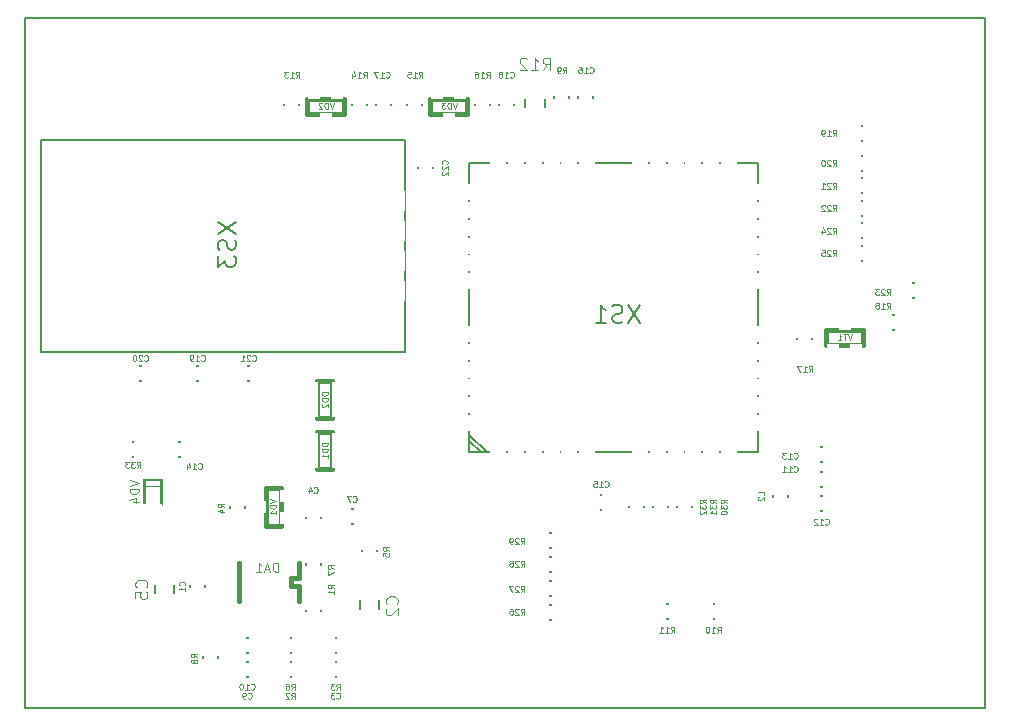
<source format=gbo>
%TF.FileFunction,Legend,Bot*%
%FSLAX46Y46*%
G04 Gerber Fmt 4.6, Leading zero omitted, Abs format (unit mm)*
G04 Created by KiCad (PCBNEW (2014-08-20 BZR 5085)-product) date Wed 10 Sep 2014 10:30:42 AM EEST*
%MOMM*%
G01*
G04 APERTURE LIST*
%ADD10C,0.150000*%
%ADD11C,0.066040*%
%ADD12C,0.152400*%
%ADD13C,0.381000*%
%ADD14C,0.254000*%
%ADD15C,0.025400*%
%ADD16C,0.088900*%
%ADD17C,0.076200*%
%ADD18C,0.050800*%
%ADD19R,3.400000X1.400000*%
%ADD20R,1.400000X3.400000*%
%ADD21C,2.900000*%
%ADD22R,1.898600X1.697940*%
%ADD23R,2.200860X1.997660*%
%ADD24R,1.697940X1.898600*%
%ADD25R,2.178000X2.178000*%
%ADD26C,2.178000*%
%ADD27R,1.416000X1.035000*%
%ADD28R,1.035000X2.051000*%
%ADD29R,1.035000X1.416000*%
%ADD30R,3.400000X1.700000*%
%ADD31C,2.200000*%
%ADD32R,2.899360X2.899360*%
%ADD33C,2.899360*%
%ADD34C,3.501340*%
%ADD35R,1.799540X1.799540*%
G04 APERTURE END LIST*
D10*
X0Y0D02*
X81280000Y0D01*
X0Y-58420000D02*
X0Y0D01*
X81280000Y-58420000D02*
X0Y-58420000D01*
X81280000Y0D02*
X81280000Y-58420000D01*
X39084000Y-36790000D02*
X37584000Y-35290000D01*
X38584000Y-36790000D02*
X37584000Y-35790000D01*
X37584000Y-36790000D02*
X62084000Y-36790000D01*
X62084000Y-36790000D02*
X62084000Y-12290000D01*
X62084000Y-12290000D02*
X37584000Y-12290000D01*
X37584000Y-12290000D02*
X37584000Y-36790000D01*
D11*
X15303500Y-48539400D02*
X15303500Y-49187100D01*
X15303500Y-49187100D02*
X13903960Y-49187100D01*
X13903960Y-48539400D02*
X13903960Y-49187100D01*
X15303500Y-48539400D02*
X13903960Y-48539400D01*
X15303500Y-47066200D02*
X15303500Y-47716440D01*
X15303500Y-47716440D02*
X13903960Y-47716440D01*
X13903960Y-47066200D02*
X13903960Y-47716440D01*
X15303500Y-47066200D02*
X13903960Y-47066200D01*
D12*
X13970000Y-47724060D02*
X13970000Y-48541940D01*
X15240000Y-47724060D02*
X15240000Y-48541940D01*
D11*
X30022800Y-48031400D02*
X30022800Y-48768000D01*
X30022800Y-48768000D02*
X28270200Y-48768000D01*
X28270200Y-48031400D02*
X28270200Y-48768000D01*
X30022800Y-48031400D02*
X28270200Y-48031400D01*
X30022800Y-50673000D02*
X30022800Y-51409600D01*
X30022800Y-51409600D02*
X28270200Y-51409600D01*
X28270200Y-50673000D02*
X28270200Y-51409600D01*
X30022800Y-50673000D02*
X28270200Y-50673000D01*
D12*
X29959300Y-50673000D02*
X29959300Y-48755300D01*
X28333700Y-50673000D02*
X28333700Y-48755300D01*
D11*
X26758900Y-54483000D02*
X27406600Y-54483000D01*
X27406600Y-54483000D02*
X27406600Y-55882540D01*
X26758900Y-55882540D02*
X27406600Y-55882540D01*
X26758900Y-54483000D02*
X26758900Y-55882540D01*
X25285700Y-54483000D02*
X25935940Y-54483000D01*
X25935940Y-54483000D02*
X25935940Y-55882540D01*
X25285700Y-55882540D02*
X25935940Y-55882540D01*
X25285700Y-54483000D02*
X25285700Y-55882540D01*
D12*
X25943560Y-55816500D02*
X26761440Y-55816500D01*
X25943560Y-54546500D02*
X26761440Y-54546500D01*
D11*
X25146000Y-42760900D02*
X25146000Y-43408600D01*
X25146000Y-43408600D02*
X23746460Y-43408600D01*
X23746460Y-42760900D02*
X23746460Y-43408600D01*
X25146000Y-42760900D02*
X23746460Y-42760900D01*
X25146000Y-41287700D02*
X25146000Y-41937940D01*
X25146000Y-41937940D02*
X23746460Y-41937940D01*
X23746460Y-41287700D02*
X23746460Y-41937940D01*
X25146000Y-41287700D02*
X23746460Y-41287700D01*
D12*
X23812500Y-41945560D02*
X23812500Y-42763440D01*
X25082500Y-41945560D02*
X25082500Y-42763440D01*
D11*
X12687300Y-46697900D02*
X12687300Y-47434500D01*
X12687300Y-47434500D02*
X10934700Y-47434500D01*
X10934700Y-46697900D02*
X10934700Y-47434500D01*
X12687300Y-46697900D02*
X10934700Y-46697900D01*
X12687300Y-49339500D02*
X12687300Y-50076100D01*
X12687300Y-50076100D02*
X10934700Y-50076100D01*
X10934700Y-49339500D02*
X10934700Y-50076100D01*
X12687300Y-49339500D02*
X10934700Y-49339500D01*
D12*
X12623800Y-49339500D02*
X12623800Y-47421800D01*
X10998200Y-49339500D02*
X10998200Y-47421800D01*
D11*
X28155900Y-41529000D02*
X28803600Y-41529000D01*
X28803600Y-41529000D02*
X28803600Y-42928540D01*
X28155900Y-42928540D02*
X28803600Y-42928540D01*
X28155900Y-41529000D02*
X28155900Y-42928540D01*
X26682700Y-41529000D02*
X27332940Y-41529000D01*
X27332940Y-41529000D02*
X27332940Y-42928540D01*
X26682700Y-42928540D02*
X27332940Y-42928540D01*
X26682700Y-41529000D02*
X26682700Y-42928540D01*
D12*
X27340560Y-42862500D02*
X28158440Y-42862500D01*
X27340560Y-41592500D02*
X28158440Y-41592500D01*
D11*
X18453100Y-55880000D02*
X17805400Y-55880000D01*
X17805400Y-55880000D02*
X17805400Y-54480460D01*
X18453100Y-54480460D02*
X17805400Y-54480460D01*
X18453100Y-55880000D02*
X18453100Y-54480460D01*
X19926300Y-55880000D02*
X19276060Y-55880000D01*
X19276060Y-55880000D02*
X19276060Y-54480460D01*
X19926300Y-54480460D02*
X19276060Y-54480460D01*
X19926300Y-55880000D02*
X19926300Y-54480460D01*
D12*
X19268440Y-54546500D02*
X18450560Y-54546500D01*
X19268440Y-55816500D02*
X18450560Y-55816500D01*
D11*
X18453100Y-53848000D02*
X17805400Y-53848000D01*
X17805400Y-53848000D02*
X17805400Y-52448460D01*
X18453100Y-52448460D02*
X17805400Y-52448460D01*
X18453100Y-53848000D02*
X18453100Y-52448460D01*
X19926300Y-53848000D02*
X19276060Y-53848000D01*
X19276060Y-53848000D02*
X19276060Y-52448460D01*
X19926300Y-52448460D02*
X19276060Y-52448460D01*
X19926300Y-53848000D02*
X19926300Y-52448460D01*
D12*
X19268440Y-52514500D02*
X18450560Y-52514500D01*
X19268440Y-53784500D02*
X18450560Y-53784500D01*
D11*
X25146000Y-50634900D02*
X25146000Y-51282600D01*
X25146000Y-51282600D02*
X23746460Y-51282600D01*
X23746460Y-50634900D02*
X23746460Y-51282600D01*
X25146000Y-50634900D02*
X23746460Y-50634900D01*
X25146000Y-49161700D02*
X25146000Y-49811940D01*
X25146000Y-49811940D02*
X23746460Y-49811940D01*
X23746460Y-49161700D02*
X23746460Y-49811940D01*
X25146000Y-49161700D02*
X23746460Y-49161700D01*
D12*
X23812500Y-49819560D02*
X23812500Y-50637440D01*
X25082500Y-49819560D02*
X25082500Y-50637440D01*
D11*
X22948900Y-54483000D02*
X23596600Y-54483000D01*
X23596600Y-54483000D02*
X23596600Y-55882540D01*
X22948900Y-55882540D02*
X23596600Y-55882540D01*
X22948900Y-54483000D02*
X22948900Y-55882540D01*
X21475700Y-54483000D02*
X22125940Y-54483000D01*
X22125940Y-54483000D02*
X22125940Y-55882540D01*
X21475700Y-55882540D02*
X22125940Y-55882540D01*
X21475700Y-54483000D02*
X21475700Y-55882540D01*
D12*
X22133560Y-55816500D02*
X22951440Y-55816500D01*
X22133560Y-54546500D02*
X22951440Y-54546500D01*
D11*
X26758900Y-52451000D02*
X27406600Y-52451000D01*
X27406600Y-52451000D02*
X27406600Y-53850540D01*
X26758900Y-53850540D02*
X27406600Y-53850540D01*
X26758900Y-52451000D02*
X26758900Y-53850540D01*
X25285700Y-52451000D02*
X25935940Y-52451000D01*
X25935940Y-52451000D02*
X25935940Y-53850540D01*
X25285700Y-53850540D02*
X25935940Y-53850540D01*
X25285700Y-52451000D02*
X25285700Y-53850540D01*
D12*
X25943560Y-53784500D02*
X26761440Y-53784500D01*
X25943560Y-52514500D02*
X26761440Y-52514500D01*
D11*
X17272000Y-41059100D02*
X17272000Y-40411400D01*
X17272000Y-40411400D02*
X18671540Y-40411400D01*
X18671540Y-41059100D02*
X18671540Y-40411400D01*
X17272000Y-41059100D02*
X18671540Y-41059100D01*
X17272000Y-42532300D02*
X17272000Y-41882060D01*
X17272000Y-41882060D02*
X18671540Y-41882060D01*
X18671540Y-42532300D02*
X18671540Y-41882060D01*
X17272000Y-42532300D02*
X18671540Y-42532300D01*
D12*
X18605500Y-41874440D02*
X18605500Y-41056560D01*
X17335500Y-41874440D02*
X17335500Y-41056560D01*
D11*
X29845000Y-45554900D02*
X29845000Y-46202600D01*
X29845000Y-46202600D02*
X28445460Y-46202600D01*
X28445460Y-45554900D02*
X28445460Y-46202600D01*
X29845000Y-45554900D02*
X28445460Y-45554900D01*
X29845000Y-44081700D02*
X29845000Y-44731940D01*
X29845000Y-44731940D02*
X28445460Y-44731940D01*
X28445460Y-44081700D02*
X28445460Y-44731940D01*
X29845000Y-44081700D02*
X28445460Y-44081700D01*
D12*
X28511500Y-44739560D02*
X28511500Y-45557440D01*
X29781500Y-44739560D02*
X29781500Y-45557440D01*
D11*
X22948900Y-52451000D02*
X23596600Y-52451000D01*
X23596600Y-52451000D02*
X23596600Y-53850540D01*
X22948900Y-53850540D02*
X23596600Y-53850540D01*
X22948900Y-52451000D02*
X22948900Y-53850540D01*
X21475700Y-52451000D02*
X22125940Y-52451000D01*
X22125940Y-52451000D02*
X22125940Y-53850540D01*
X21475700Y-53850540D02*
X22125940Y-53850540D01*
X21475700Y-52451000D02*
X21475700Y-53850540D01*
D12*
X22133560Y-53784500D02*
X22951440Y-53784500D01*
X22133560Y-52514500D02*
X22951440Y-52514500D01*
D11*
X23749000Y-45885100D02*
X23749000Y-45237400D01*
X23749000Y-45237400D02*
X25148540Y-45237400D01*
X25148540Y-45885100D02*
X25148540Y-45237400D01*
X23749000Y-45885100D02*
X25148540Y-45885100D01*
X23749000Y-47358300D02*
X23749000Y-46708060D01*
X23749000Y-46708060D02*
X25148540Y-46708060D01*
X25148540Y-47358300D02*
X25148540Y-46708060D01*
X23749000Y-47358300D02*
X25148540Y-47358300D01*
D12*
X25082500Y-46700440D02*
X25082500Y-45882560D01*
X23812500Y-46700440D02*
X23812500Y-45882560D01*
D11*
X16383000Y-54571900D02*
X16383000Y-55219600D01*
X16383000Y-55219600D02*
X14983460Y-55219600D01*
X14983460Y-54571900D02*
X14983460Y-55219600D01*
X16383000Y-54571900D02*
X14983460Y-54571900D01*
X16383000Y-53098700D02*
X16383000Y-53748940D01*
X16383000Y-53748940D02*
X14983460Y-53748940D01*
X14983460Y-53098700D02*
X14983460Y-53748940D01*
X16383000Y-53098700D02*
X14983460Y-53098700D01*
D12*
X15049500Y-53756560D02*
X15049500Y-54574440D01*
X16319500Y-53756560D02*
X16319500Y-54574440D01*
D13*
X20383500Y-39814500D02*
X21653500Y-39814500D01*
X21653500Y-39814500D02*
X21653500Y-42989500D01*
X21653500Y-42989500D02*
X20383500Y-42989500D01*
X20383500Y-42989500D02*
X20383500Y-39814500D01*
X23177500Y-47434500D02*
X22542500Y-47434500D01*
X22542500Y-47434500D02*
X22542500Y-48069500D01*
X22542500Y-48069500D02*
X23177500Y-48069500D01*
X18097500Y-46164500D02*
X18097500Y-49339500D01*
X23177500Y-46164500D02*
X23177500Y-47434500D01*
X23177500Y-48069500D02*
X23177500Y-49339500D01*
D11*
X67843400Y-38417500D02*
X68491100Y-38417500D01*
X68491100Y-38417500D02*
X68491100Y-39817040D01*
X67843400Y-39817040D02*
X68491100Y-39817040D01*
X67843400Y-38417500D02*
X67843400Y-39817040D01*
X66370200Y-38417500D02*
X67020440Y-38417500D01*
X67020440Y-38417500D02*
X67020440Y-39817040D01*
X66370200Y-39817040D02*
X67020440Y-39817040D01*
X66370200Y-38417500D02*
X66370200Y-39817040D01*
D12*
X67028060Y-39751000D02*
X67845940Y-39751000D01*
X67028060Y-38481000D02*
X67845940Y-38481000D01*
D11*
X67843400Y-40449500D02*
X68491100Y-40449500D01*
X68491100Y-40449500D02*
X68491100Y-41849040D01*
X67843400Y-41849040D02*
X68491100Y-41849040D01*
X67843400Y-40449500D02*
X67843400Y-41849040D01*
X66370200Y-40449500D02*
X67020440Y-40449500D01*
X67020440Y-40449500D02*
X67020440Y-41849040D01*
X66370200Y-41849040D02*
X67020440Y-41849040D01*
X66370200Y-40449500D02*
X66370200Y-41849040D01*
D12*
X67028060Y-41783000D02*
X67845940Y-41783000D01*
X67028060Y-40513000D02*
X67845940Y-40513000D01*
D11*
X67843400Y-36258500D02*
X68491100Y-36258500D01*
X68491100Y-36258500D02*
X68491100Y-37658040D01*
X67843400Y-37658040D02*
X68491100Y-37658040D01*
X67843400Y-36258500D02*
X67843400Y-37658040D01*
X66370200Y-36258500D02*
X67020440Y-36258500D01*
X67020440Y-36258500D02*
X67020440Y-37658040D01*
X66370200Y-37658040D02*
X67020440Y-37658040D01*
X66370200Y-36258500D02*
X66370200Y-37658040D01*
D12*
X67028060Y-37592000D02*
X67845940Y-37592000D01*
X67028060Y-36322000D02*
X67845940Y-36322000D01*
D11*
X63246000Y-40106600D02*
X63246000Y-39458900D01*
X63246000Y-39458900D02*
X64645540Y-39458900D01*
X64645540Y-40106600D02*
X64645540Y-39458900D01*
X63246000Y-40106600D02*
X64645540Y-40106600D01*
X63246000Y-41579800D02*
X63246000Y-40929560D01*
X63246000Y-40929560D02*
X64645540Y-40929560D01*
X64645540Y-41579800D02*
X64645540Y-40929560D01*
X63246000Y-41579800D02*
X64645540Y-41579800D01*
D12*
X64579500Y-40921940D02*
X64579500Y-40104060D01*
X63309500Y-40921940D02*
X63309500Y-40104060D01*
D11*
X31051500Y-7772400D02*
X31051500Y-8420100D01*
X31051500Y-8420100D02*
X29651960Y-8420100D01*
X29651960Y-7772400D02*
X29651960Y-8420100D01*
X31051500Y-7772400D02*
X29651960Y-7772400D01*
X31051500Y-6299200D02*
X31051500Y-6949440D01*
X31051500Y-6949440D02*
X29651960Y-6949440D01*
X29651960Y-6299200D02*
X29651960Y-6949440D01*
X31051500Y-6299200D02*
X29651960Y-6299200D01*
D12*
X29718000Y-6957060D02*
X29718000Y-7774940D01*
X30988000Y-6957060D02*
X30988000Y-7774940D01*
D11*
X21907500Y-6959600D02*
X21907500Y-6311900D01*
X21907500Y-6311900D02*
X23307040Y-6311900D01*
X23307040Y-6959600D02*
X23307040Y-6311900D01*
X21907500Y-6959600D02*
X23307040Y-6959600D01*
X21907500Y-8432800D02*
X21907500Y-7782560D01*
X21907500Y-7782560D02*
X23307040Y-7782560D01*
X23307040Y-8432800D02*
X23307040Y-7782560D01*
X21907500Y-8432800D02*
X23307040Y-8432800D01*
D12*
X23241000Y-7774940D02*
X23241000Y-6957060D01*
X21971000Y-7774940D02*
X21971000Y-6957060D01*
D11*
X27622500Y-6959600D02*
X27622500Y-6311900D01*
X27622500Y-6311900D02*
X29022040Y-6311900D01*
X29022040Y-6959600D02*
X29022040Y-6311900D01*
X27622500Y-6959600D02*
X29022040Y-6959600D01*
X27622500Y-8432800D02*
X27622500Y-7782560D01*
X27622500Y-7782560D02*
X29022040Y-7782560D01*
X29022040Y-8432800D02*
X29022040Y-7782560D01*
X27622500Y-8432800D02*
X29022040Y-8432800D01*
D12*
X28956000Y-7774940D02*
X28956000Y-6957060D01*
X27686000Y-7774940D02*
X27686000Y-6957060D01*
D13*
X23876000Y-8128000D02*
X23876000Y-6858000D01*
X23876000Y-6858000D02*
X27051000Y-6858000D01*
X27051000Y-6858000D02*
X27051000Y-8128000D01*
X27051000Y-8128000D02*
X23876000Y-8128000D01*
D11*
X40068500Y-6959600D02*
X40068500Y-6311900D01*
X40068500Y-6311900D02*
X41468040Y-6311900D01*
X41468040Y-6959600D02*
X41468040Y-6311900D01*
X40068500Y-6959600D02*
X41468040Y-6959600D01*
X40068500Y-8432800D02*
X40068500Y-7782560D01*
X40068500Y-7782560D02*
X41468040Y-7782560D01*
X41468040Y-8432800D02*
X41468040Y-7782560D01*
X40068500Y-8432800D02*
X41468040Y-8432800D01*
D12*
X41402000Y-7774940D02*
X41402000Y-6957060D01*
X40132000Y-7774940D02*
X40132000Y-6957060D01*
D11*
X33718500Y-7772400D02*
X33718500Y-8420100D01*
X33718500Y-8420100D02*
X32318960Y-8420100D01*
X32318960Y-7772400D02*
X32318960Y-8420100D01*
X33718500Y-7772400D02*
X32318960Y-7772400D01*
X33718500Y-6299200D02*
X33718500Y-6949440D01*
X33718500Y-6949440D02*
X32318960Y-6949440D01*
X32318960Y-6299200D02*
X32318960Y-6949440D01*
X33718500Y-6299200D02*
X32318960Y-6299200D01*
D12*
X32385000Y-6957060D02*
X32385000Y-7774940D01*
X33655000Y-6957060D02*
X33655000Y-7774940D01*
D11*
X39433500Y-7772400D02*
X39433500Y-8420100D01*
X39433500Y-8420100D02*
X38033960Y-8420100D01*
X38033960Y-7772400D02*
X38033960Y-8420100D01*
X39433500Y-7772400D02*
X38033960Y-7772400D01*
X39433500Y-6299200D02*
X39433500Y-6949440D01*
X39433500Y-6949440D02*
X38033960Y-6949440D01*
X38033960Y-6299200D02*
X38033960Y-6949440D01*
X39433500Y-6299200D02*
X38033960Y-6299200D01*
D12*
X38100000Y-6957060D02*
X38100000Y-7774940D01*
X39370000Y-6957060D02*
X39370000Y-7774940D01*
D13*
X34290000Y-8128000D02*
X34290000Y-6858000D01*
X34290000Y-6858000D02*
X37465000Y-6858000D01*
X37465000Y-6858000D02*
X37465000Y-8128000D01*
X37465000Y-8128000D02*
X34290000Y-8128000D01*
D11*
X15011400Y-29400500D02*
X15659100Y-29400500D01*
X15659100Y-29400500D02*
X15659100Y-30800040D01*
X15011400Y-30800040D02*
X15659100Y-30800040D01*
X15011400Y-29400500D02*
X15011400Y-30800040D01*
X13538200Y-29400500D02*
X14188440Y-29400500D01*
X14188440Y-29400500D02*
X14188440Y-30800040D01*
X13538200Y-30800040D02*
X14188440Y-30800040D01*
X13538200Y-29400500D02*
X13538200Y-30800040D01*
D12*
X14196060Y-30734000D02*
X15013940Y-30734000D01*
X14196060Y-29464000D02*
X15013940Y-29464000D01*
D11*
X9372600Y-30797500D02*
X8724900Y-30797500D01*
X8724900Y-30797500D02*
X8724900Y-29397960D01*
X9372600Y-29397960D02*
X8724900Y-29397960D01*
X9372600Y-30797500D02*
X9372600Y-29397960D01*
X10845800Y-30797500D02*
X10195560Y-30797500D01*
X10195560Y-30797500D02*
X10195560Y-29397960D01*
X10845800Y-29397960D02*
X10195560Y-29397960D01*
X10845800Y-30797500D02*
X10845800Y-29397960D01*
D12*
X10187940Y-29464000D02*
X9370060Y-29464000D01*
X10187940Y-30734000D02*
X9370060Y-30734000D01*
D11*
X19329400Y-29400500D02*
X19977100Y-29400500D01*
X19977100Y-29400500D02*
X19977100Y-30800040D01*
X19329400Y-30800040D02*
X19977100Y-30800040D01*
X19329400Y-29400500D02*
X19329400Y-30800040D01*
X17856200Y-29400500D02*
X18506440Y-29400500D01*
X18506440Y-29400500D02*
X18506440Y-30800040D01*
X17856200Y-30800040D02*
X18506440Y-30800040D01*
X17856200Y-29400500D02*
X17856200Y-30800040D01*
D12*
X18514060Y-30734000D02*
X19331940Y-30734000D01*
X18514060Y-29464000D02*
X19331940Y-29464000D01*
D11*
X33210500Y-12293600D02*
X33210500Y-11645900D01*
X33210500Y-11645900D02*
X34610040Y-11645900D01*
X34610040Y-12293600D02*
X34610040Y-11645900D01*
X33210500Y-12293600D02*
X34610040Y-12293600D01*
X33210500Y-13766800D02*
X33210500Y-13116560D01*
X33210500Y-13116560D02*
X34610040Y-13116560D01*
X34610040Y-13766800D02*
X34610040Y-13116560D01*
X33210500Y-13766800D02*
X34610040Y-13766800D01*
D12*
X34544000Y-13108940D02*
X34544000Y-12291060D01*
X33274000Y-13108940D02*
X33274000Y-12291060D01*
D10*
X32080000Y-28314000D02*
X1380000Y-28314000D01*
X1380000Y-28314000D02*
X1380000Y-10314000D01*
X1380000Y-10314000D02*
X32180000Y-10314000D01*
X32180000Y-10314000D02*
X32180000Y-28314000D01*
D11*
X65341500Y-26771600D02*
X65341500Y-26123900D01*
X65341500Y-26123900D02*
X66741040Y-26123900D01*
X66741040Y-26771600D02*
X66741040Y-26123900D01*
X65341500Y-26771600D02*
X66741040Y-26771600D01*
X65341500Y-28244800D02*
X65341500Y-27594560D01*
X65341500Y-27594560D02*
X66741040Y-27594560D01*
X66741040Y-28244800D02*
X66741040Y-27594560D01*
X65341500Y-28244800D02*
X66741040Y-28244800D01*
D12*
X66675000Y-27586940D02*
X66675000Y-26769060D01*
X65405000Y-27586940D02*
X65405000Y-26769060D01*
D11*
X73126600Y-26479500D02*
X72478900Y-26479500D01*
X72478900Y-26479500D02*
X72478900Y-25079960D01*
X73126600Y-25079960D02*
X72478900Y-25079960D01*
X73126600Y-26479500D02*
X73126600Y-25079960D01*
X74599800Y-26479500D02*
X73949560Y-26479500D01*
X73949560Y-26479500D02*
X73949560Y-25079960D01*
X74599800Y-25079960D02*
X73949560Y-25079960D01*
X74599800Y-26479500D02*
X74599800Y-25079960D01*
D12*
X73941940Y-25146000D02*
X73124060Y-25146000D01*
X73941940Y-26416000D02*
X73124060Y-26416000D01*
D13*
X70993000Y-26416000D02*
X70993000Y-27686000D01*
X70993000Y-27686000D02*
X67818000Y-27686000D01*
X67818000Y-27686000D02*
X67818000Y-26416000D01*
X67818000Y-26416000D02*
X70993000Y-26416000D01*
D11*
X70459600Y-10477500D02*
X69811900Y-10477500D01*
X69811900Y-10477500D02*
X69811900Y-9077960D01*
X70459600Y-9077960D02*
X69811900Y-9077960D01*
X70459600Y-10477500D02*
X70459600Y-9077960D01*
X71932800Y-10477500D02*
X71282560Y-10477500D01*
X71282560Y-10477500D02*
X71282560Y-9077960D01*
X71932800Y-9077960D02*
X71282560Y-9077960D01*
X71932800Y-10477500D02*
X71932800Y-9077960D01*
D12*
X71274940Y-9144000D02*
X70457060Y-9144000D01*
X71274940Y-10414000D02*
X70457060Y-10414000D01*
D11*
X70459600Y-13017500D02*
X69811900Y-13017500D01*
X69811900Y-13017500D02*
X69811900Y-11617960D01*
X70459600Y-11617960D02*
X69811900Y-11617960D01*
X70459600Y-13017500D02*
X70459600Y-11617960D01*
X71932800Y-13017500D02*
X71282560Y-13017500D01*
X71282560Y-13017500D02*
X71282560Y-11617960D01*
X71932800Y-11617960D02*
X71282560Y-11617960D01*
X71932800Y-13017500D02*
X71932800Y-11617960D01*
D12*
X71274940Y-11684000D02*
X70457060Y-11684000D01*
X71274940Y-12954000D02*
X70457060Y-12954000D01*
D11*
X70459600Y-14922500D02*
X69811900Y-14922500D01*
X69811900Y-14922500D02*
X69811900Y-13522960D01*
X70459600Y-13522960D02*
X69811900Y-13522960D01*
X70459600Y-14922500D02*
X70459600Y-13522960D01*
X71932800Y-14922500D02*
X71282560Y-14922500D01*
X71282560Y-14922500D02*
X71282560Y-13522960D01*
X71932800Y-13522960D02*
X71282560Y-13522960D01*
X71932800Y-14922500D02*
X71932800Y-13522960D01*
D12*
X71274940Y-13589000D02*
X70457060Y-13589000D01*
X71274940Y-14859000D02*
X70457060Y-14859000D01*
D11*
X70459600Y-16827500D02*
X69811900Y-16827500D01*
X69811900Y-16827500D02*
X69811900Y-15427960D01*
X70459600Y-15427960D02*
X69811900Y-15427960D01*
X70459600Y-16827500D02*
X70459600Y-15427960D01*
X71932800Y-16827500D02*
X71282560Y-16827500D01*
X71282560Y-16827500D02*
X71282560Y-15427960D01*
X71932800Y-15427960D02*
X71282560Y-15427960D01*
X71932800Y-16827500D02*
X71932800Y-15427960D01*
D12*
X71274940Y-15494000D02*
X70457060Y-15494000D01*
X71274940Y-16764000D02*
X70457060Y-16764000D01*
D11*
X74841100Y-23812500D02*
X74193400Y-23812500D01*
X74193400Y-23812500D02*
X74193400Y-22412960D01*
X74841100Y-22412960D02*
X74193400Y-22412960D01*
X74841100Y-23812500D02*
X74841100Y-22412960D01*
X76314300Y-23812500D02*
X75664060Y-23812500D01*
X75664060Y-23812500D02*
X75664060Y-22412960D01*
X76314300Y-22412960D02*
X75664060Y-22412960D01*
X76314300Y-23812500D02*
X76314300Y-22412960D01*
D12*
X75656440Y-22479000D02*
X74838560Y-22479000D01*
X75656440Y-23749000D02*
X74838560Y-23749000D01*
D11*
X70459600Y-18732500D02*
X69811900Y-18732500D01*
X69811900Y-18732500D02*
X69811900Y-17332960D01*
X70459600Y-17332960D02*
X69811900Y-17332960D01*
X70459600Y-18732500D02*
X70459600Y-17332960D01*
X71932800Y-18732500D02*
X71282560Y-18732500D01*
X71282560Y-18732500D02*
X71282560Y-17332960D01*
X71932800Y-17332960D02*
X71282560Y-17332960D01*
X71932800Y-18732500D02*
X71932800Y-17332960D01*
D12*
X71274940Y-17399000D02*
X70457060Y-17399000D01*
X71274940Y-18669000D02*
X70457060Y-18669000D01*
D11*
X70459600Y-20637500D02*
X69811900Y-20637500D01*
X69811900Y-20637500D02*
X69811900Y-19237960D01*
X70459600Y-19237960D02*
X69811900Y-19237960D01*
X70459600Y-20637500D02*
X70459600Y-19237960D01*
X71932800Y-20637500D02*
X71282560Y-20637500D01*
X71282560Y-20637500D02*
X71282560Y-19237960D01*
X71932800Y-19237960D02*
X71282560Y-19237960D01*
X71932800Y-20637500D02*
X71932800Y-19237960D01*
D12*
X71274940Y-19304000D02*
X70457060Y-19304000D01*
X71274940Y-20574000D02*
X70457060Y-20574000D01*
D11*
X48196500Y-7137400D02*
X48196500Y-7785100D01*
X48196500Y-7785100D02*
X46796960Y-7785100D01*
X46796960Y-7137400D02*
X46796960Y-7785100D01*
X48196500Y-7137400D02*
X46796960Y-7137400D01*
X48196500Y-5664200D02*
X48196500Y-6314440D01*
X48196500Y-6314440D02*
X46796960Y-6314440D01*
X46796960Y-5664200D02*
X46796960Y-6314440D01*
X48196500Y-5664200D02*
X46796960Y-5664200D01*
D12*
X46863000Y-6322060D02*
X46863000Y-7139940D01*
X48133000Y-6322060D02*
X48133000Y-7139940D01*
D11*
X46164500Y-7137400D02*
X46164500Y-7785100D01*
X46164500Y-7785100D02*
X44764960Y-7785100D01*
X44764960Y-7137400D02*
X44764960Y-7785100D01*
X46164500Y-7137400D02*
X44764960Y-7137400D01*
X46164500Y-5664200D02*
X46164500Y-6314440D01*
X46164500Y-6314440D02*
X44764960Y-6314440D01*
X44764960Y-5664200D02*
X44764960Y-6314440D01*
X46164500Y-5664200D02*
X44764960Y-5664200D01*
D12*
X44831000Y-6322060D02*
X44831000Y-7139940D01*
X46101000Y-6322060D02*
X46101000Y-7139940D01*
D11*
X13487400Y-35877500D02*
X14135100Y-35877500D01*
X14135100Y-35877500D02*
X14135100Y-37277040D01*
X13487400Y-37277040D02*
X14135100Y-37277040D01*
X13487400Y-35877500D02*
X13487400Y-37277040D01*
X12014200Y-35877500D02*
X12664440Y-35877500D01*
X12664440Y-35877500D02*
X12664440Y-37277040D01*
X12014200Y-37277040D02*
X12664440Y-37277040D01*
X12014200Y-35877500D02*
X12014200Y-37277040D01*
D12*
X12672060Y-37211000D02*
X13489940Y-37211000D01*
X12672060Y-35941000D02*
X13489940Y-35941000D01*
D11*
X49174400Y-40322500D02*
X49822100Y-40322500D01*
X49822100Y-40322500D02*
X49822100Y-41722040D01*
X49174400Y-41722040D02*
X49822100Y-41722040D01*
X49174400Y-40322500D02*
X49174400Y-41722040D01*
X47701200Y-40322500D02*
X48351440Y-40322500D01*
X48351440Y-40322500D02*
X48351440Y-41722040D01*
X47701200Y-41722040D02*
X48351440Y-41722040D01*
X47701200Y-40322500D02*
X47701200Y-41722040D01*
D12*
X48359060Y-41656000D02*
X49176940Y-41656000D01*
X48359060Y-40386000D02*
X49176940Y-40386000D01*
D13*
X26035000Y-38227000D02*
X24765000Y-38227000D01*
X24765000Y-38227000D02*
X24765000Y-35052000D01*
X24765000Y-35052000D02*
X26035000Y-35052000D01*
X26035000Y-35052000D02*
X26035000Y-38227000D01*
X24765000Y-30734000D02*
X26035000Y-30734000D01*
X26035000Y-30734000D02*
X26035000Y-33909000D01*
X26035000Y-33909000D02*
X24765000Y-33909000D01*
X24765000Y-33909000D02*
X24765000Y-30734000D01*
D11*
X44056300Y-5549900D02*
X44056300Y-6286500D01*
X44056300Y-6286500D02*
X42303700Y-6286500D01*
X42303700Y-5549900D02*
X42303700Y-6286500D01*
X44056300Y-5549900D02*
X42303700Y-5549900D01*
X44056300Y-8191500D02*
X44056300Y-8928100D01*
X44056300Y-8928100D02*
X42303700Y-8928100D01*
X42303700Y-8191500D02*
X42303700Y-8928100D01*
X44056300Y-8191500D02*
X42303700Y-8191500D01*
D12*
X43992800Y-8191500D02*
X43992800Y-6273800D01*
X42367200Y-8191500D02*
X42367200Y-6273800D01*
D11*
X57950100Y-50927000D02*
X57302400Y-50927000D01*
X57302400Y-50927000D02*
X57302400Y-49527460D01*
X57950100Y-49527460D02*
X57302400Y-49527460D01*
X57950100Y-50927000D02*
X57950100Y-49527460D01*
X59423300Y-50927000D02*
X58773060Y-50927000D01*
X58773060Y-50927000D02*
X58773060Y-49527460D01*
X59423300Y-49527460D02*
X58773060Y-49527460D01*
X59423300Y-50927000D02*
X59423300Y-49527460D01*
D12*
X58765440Y-49593500D02*
X57947560Y-49593500D01*
X58765440Y-50863500D02*
X57947560Y-50863500D01*
D11*
X54013100Y-50927000D02*
X53365400Y-50927000D01*
X53365400Y-50927000D02*
X53365400Y-49527460D01*
X54013100Y-49527460D02*
X53365400Y-49527460D01*
X54013100Y-50927000D02*
X54013100Y-49527460D01*
X55486300Y-50927000D02*
X54836060Y-50927000D01*
X54836060Y-50927000D02*
X54836060Y-49527460D01*
X55486300Y-49527460D02*
X54836060Y-49527460D01*
X55486300Y-50927000D02*
X55486300Y-49527460D01*
D12*
X54828440Y-49593500D02*
X54010560Y-49593500D01*
X54828440Y-50863500D02*
X54010560Y-50863500D01*
D11*
X44107100Y-51054000D02*
X43459400Y-51054000D01*
X43459400Y-51054000D02*
X43459400Y-49654460D01*
X44107100Y-49654460D02*
X43459400Y-49654460D01*
X44107100Y-51054000D02*
X44107100Y-49654460D01*
X45580300Y-51054000D02*
X44930060Y-51054000D01*
X44930060Y-51054000D02*
X44930060Y-49654460D01*
X45580300Y-49654460D02*
X44930060Y-49654460D01*
X45580300Y-51054000D02*
X45580300Y-49654460D01*
D12*
X44922440Y-49720500D02*
X44104560Y-49720500D01*
X44922440Y-50990500D02*
X44104560Y-50990500D01*
D11*
X44107100Y-49022000D02*
X43459400Y-49022000D01*
X43459400Y-49022000D02*
X43459400Y-47622460D01*
X44107100Y-47622460D02*
X43459400Y-47622460D01*
X44107100Y-49022000D02*
X44107100Y-47622460D01*
X45580300Y-49022000D02*
X44930060Y-49022000D01*
X44930060Y-49022000D02*
X44930060Y-47622460D01*
X45580300Y-47622460D02*
X44930060Y-47622460D01*
X45580300Y-49022000D02*
X45580300Y-47622460D01*
D12*
X44922440Y-47688500D02*
X44104560Y-47688500D01*
X44922440Y-48958500D02*
X44104560Y-48958500D01*
D11*
X44107100Y-46990000D02*
X43459400Y-46990000D01*
X43459400Y-46990000D02*
X43459400Y-45590460D01*
X44107100Y-45590460D02*
X43459400Y-45590460D01*
X44107100Y-46990000D02*
X44107100Y-45590460D01*
X45580300Y-46990000D02*
X44930060Y-46990000D01*
X44930060Y-46990000D02*
X44930060Y-45590460D01*
X45580300Y-45590460D02*
X44930060Y-45590460D01*
X45580300Y-46990000D02*
X45580300Y-45590460D01*
D12*
X44922440Y-45656500D02*
X44104560Y-45656500D01*
X44922440Y-46926500D02*
X44104560Y-46926500D01*
D11*
X44107100Y-44958000D02*
X43459400Y-44958000D01*
X43459400Y-44958000D02*
X43459400Y-43558460D01*
X44107100Y-43558460D02*
X43459400Y-43558460D01*
X44107100Y-44958000D02*
X44107100Y-43558460D01*
X45580300Y-44958000D02*
X44930060Y-44958000D01*
X44930060Y-44958000D02*
X44930060Y-43558460D01*
X45580300Y-43558460D02*
X44930060Y-43558460D01*
X45580300Y-44958000D02*
X45580300Y-43558460D01*
D12*
X44922440Y-43624500D02*
X44104560Y-43624500D01*
X44922440Y-44894500D02*
X44104560Y-44894500D01*
D11*
X55181500Y-40995600D02*
X55181500Y-40347900D01*
X55181500Y-40347900D02*
X56581040Y-40347900D01*
X56581040Y-40995600D02*
X56581040Y-40347900D01*
X55181500Y-40995600D02*
X56581040Y-40995600D01*
X55181500Y-42468800D02*
X55181500Y-41818560D01*
X55181500Y-41818560D02*
X56581040Y-41818560D01*
X56581040Y-42468800D02*
X56581040Y-41818560D01*
X55181500Y-42468800D02*
X56581040Y-42468800D01*
D12*
X56515000Y-41810940D02*
X56515000Y-40993060D01*
X55245000Y-41810940D02*
X55245000Y-40993060D01*
D11*
X53149500Y-40995600D02*
X53149500Y-40347900D01*
X53149500Y-40347900D02*
X54549040Y-40347900D01*
X54549040Y-40995600D02*
X54549040Y-40347900D01*
X53149500Y-40995600D02*
X54549040Y-40995600D01*
X53149500Y-42468800D02*
X53149500Y-41818560D01*
X53149500Y-41818560D02*
X54549040Y-41818560D01*
X54549040Y-42468800D02*
X54549040Y-41818560D01*
X53149500Y-42468800D02*
X54549040Y-42468800D01*
D12*
X54483000Y-41810940D02*
X54483000Y-40993060D01*
X53213000Y-41810940D02*
X53213000Y-40993060D01*
D11*
X51117500Y-40995600D02*
X51117500Y-40347900D01*
X51117500Y-40347900D02*
X52517040Y-40347900D01*
X52517040Y-40995600D02*
X52517040Y-40347900D01*
X51117500Y-40995600D02*
X52517040Y-40995600D01*
X51117500Y-42468800D02*
X51117500Y-41818560D01*
X51117500Y-41818560D02*
X52517040Y-41818560D01*
X52517040Y-42468800D02*
X52517040Y-41818560D01*
X51117500Y-42468800D02*
X52517040Y-42468800D01*
D12*
X52451000Y-41810940D02*
X52451000Y-40993060D01*
X51181000Y-41810940D02*
X51181000Y-40993060D01*
D11*
X9550400Y-35877500D02*
X10198100Y-35877500D01*
X10198100Y-35877500D02*
X10198100Y-37277040D01*
X9550400Y-37277040D02*
X10198100Y-37277040D01*
X9550400Y-35877500D02*
X9550400Y-37277040D01*
X8077200Y-35877500D02*
X8727440Y-35877500D01*
X8727440Y-35877500D02*
X8727440Y-37277040D01*
X8077200Y-37277040D02*
X8727440Y-37277040D01*
X8077200Y-35877500D02*
X8077200Y-37277040D01*
D12*
X8735060Y-37211000D02*
X9552940Y-37211000D01*
X8735060Y-35941000D02*
X9552940Y-35941000D01*
D11*
X11244580Y-38183820D02*
X11244580Y-38933120D01*
X11244580Y-38933120D02*
X10396220Y-38933120D01*
X10396220Y-38183820D02*
X10396220Y-38933120D01*
X11244580Y-38183820D02*
X10396220Y-38183820D01*
X11244580Y-41330880D02*
X11244580Y-42080180D01*
X11244580Y-42080180D02*
X10396220Y-42080180D01*
X10396220Y-41330880D02*
X10396220Y-42080180D01*
X11244580Y-41330880D02*
X10396220Y-41330880D01*
X11442700Y-39082980D02*
X11442700Y-39982140D01*
X11493500Y-39631620D02*
X10147300Y-39631620D01*
X10096500Y-39082980D02*
X10096500Y-39982140D01*
X11442700Y-39082980D02*
X10096500Y-39082980D01*
D14*
X10096500Y-39032180D02*
X10096500Y-41231820D01*
X10096500Y-41231820D02*
X11493500Y-41231820D01*
X11493500Y-41231820D02*
X11493500Y-39032180D01*
X11493500Y-39032180D02*
X10096500Y-39032180D01*
D10*
X52093570Y-24324571D02*
X51093570Y-25824571D01*
X51093570Y-24324571D02*
X52093570Y-25824571D01*
X50593571Y-25753143D02*
X50379285Y-25824571D01*
X50022142Y-25824571D01*
X49879285Y-25753143D01*
X49807856Y-25681714D01*
X49736428Y-25538857D01*
X49736428Y-25396000D01*
X49807856Y-25253143D01*
X49879285Y-25181714D01*
X50022142Y-25110286D01*
X50307856Y-25038857D01*
X50450714Y-24967429D01*
X50522142Y-24896000D01*
X50593571Y-24753143D01*
X50593571Y-24610286D01*
X50522142Y-24467429D01*
X50450714Y-24396000D01*
X50307856Y-24324571D01*
X49950714Y-24324571D01*
X49736428Y-24396000D01*
X48307857Y-25824571D02*
X49165000Y-25824571D01*
X48736428Y-25824571D02*
X48736428Y-24324571D01*
X48879285Y-24538857D01*
X49022143Y-24681714D01*
X49165000Y-24753143D01*
D15*
X13516429Y-48048333D02*
X13540619Y-48024143D01*
X13564810Y-47951571D01*
X13564810Y-47903190D01*
X13540619Y-47830619D01*
X13492238Y-47782238D01*
X13443857Y-47758047D01*
X13347095Y-47733857D01*
X13274524Y-47733857D01*
X13177762Y-47758047D01*
X13129381Y-47782238D01*
X13081000Y-47830619D01*
X13056810Y-47903190D01*
X13056810Y-47951571D01*
X13081000Y-48024143D01*
X13105190Y-48048333D01*
X13564810Y-48532143D02*
X13564810Y-48241857D01*
X13564810Y-48387000D02*
X13056810Y-48387000D01*
X13129381Y-48338619D01*
X13177762Y-48290238D01*
X13201952Y-48241857D01*
D16*
X31477857Y-49614667D02*
X31526238Y-49566286D01*
X31574619Y-49421143D01*
X31574619Y-49324381D01*
X31526238Y-49179239D01*
X31429476Y-49082477D01*
X31332714Y-49034096D01*
X31139190Y-48985715D01*
X30994048Y-48985715D01*
X30800524Y-49034096D01*
X30703762Y-49082477D01*
X30607000Y-49179239D01*
X30558619Y-49324381D01*
X30558619Y-49421143D01*
X30607000Y-49566286D01*
X30655381Y-49614667D01*
X30655381Y-50001715D02*
X30607000Y-50050096D01*
X30558619Y-50146858D01*
X30558619Y-50388762D01*
X30607000Y-50485524D01*
X30655381Y-50533905D01*
X30752143Y-50582286D01*
X30848905Y-50582286D01*
X30994048Y-50533905D01*
X31574619Y-49953334D01*
X31574619Y-50582286D01*
D15*
X26373667Y-57585429D02*
X26397857Y-57609619D01*
X26470429Y-57633810D01*
X26518810Y-57633810D01*
X26591381Y-57609619D01*
X26639762Y-57561238D01*
X26663953Y-57512857D01*
X26688143Y-57416095D01*
X26688143Y-57343524D01*
X26663953Y-57246762D01*
X26639762Y-57198381D01*
X26591381Y-57150000D01*
X26518810Y-57125810D01*
X26470429Y-57125810D01*
X26397857Y-57150000D01*
X26373667Y-57174190D01*
X26204334Y-57125810D02*
X25889857Y-57125810D01*
X26059191Y-57319333D01*
X25986619Y-57319333D01*
X25938238Y-57343524D01*
X25914048Y-57367714D01*
X25889857Y-57416095D01*
X25889857Y-57537048D01*
X25914048Y-57585429D01*
X25938238Y-57609619D01*
X25986619Y-57633810D01*
X26131762Y-57633810D01*
X26180143Y-57609619D01*
X26204334Y-57585429D01*
X24468667Y-40186429D02*
X24492857Y-40210619D01*
X24565429Y-40234810D01*
X24613810Y-40234810D01*
X24686381Y-40210619D01*
X24734762Y-40162238D01*
X24758953Y-40113857D01*
X24783143Y-40017095D01*
X24783143Y-39944524D01*
X24758953Y-39847762D01*
X24734762Y-39799381D01*
X24686381Y-39751000D01*
X24613810Y-39726810D01*
X24565429Y-39726810D01*
X24492857Y-39751000D01*
X24468667Y-39775190D01*
X24033238Y-39896143D02*
X24033238Y-40234810D01*
X24154191Y-39702619D02*
X24275143Y-40065476D01*
X23960667Y-40065476D01*
D16*
X10268857Y-48217667D02*
X10317238Y-48169286D01*
X10365619Y-48024143D01*
X10365619Y-47927381D01*
X10317238Y-47782239D01*
X10220476Y-47685477D01*
X10123714Y-47637096D01*
X9930190Y-47588715D01*
X9785048Y-47588715D01*
X9591524Y-47637096D01*
X9494762Y-47685477D01*
X9398000Y-47782239D01*
X9349619Y-47927381D01*
X9349619Y-48024143D01*
X9398000Y-48169286D01*
X9446381Y-48217667D01*
X9349619Y-49136905D02*
X9349619Y-48653096D01*
X9833429Y-48604715D01*
X9785048Y-48653096D01*
X9736667Y-48749858D01*
X9736667Y-48991762D01*
X9785048Y-49088524D01*
X9833429Y-49136905D01*
X9930190Y-49185286D01*
X10172095Y-49185286D01*
X10268857Y-49136905D01*
X10317238Y-49088524D01*
X10365619Y-48991762D01*
X10365619Y-48749858D01*
X10317238Y-48653096D01*
X10268857Y-48604715D01*
D15*
X27770667Y-40948429D02*
X27794857Y-40972619D01*
X27867429Y-40996810D01*
X27915810Y-40996810D01*
X27988381Y-40972619D01*
X28036762Y-40924238D01*
X28060953Y-40875857D01*
X28085143Y-40779095D01*
X28085143Y-40706524D01*
X28060953Y-40609762D01*
X28036762Y-40561381D01*
X27988381Y-40513000D01*
X27915810Y-40488810D01*
X27867429Y-40488810D01*
X27794857Y-40513000D01*
X27770667Y-40537190D01*
X27601334Y-40488810D02*
X27262667Y-40488810D01*
X27480381Y-40996810D01*
X18880667Y-57585429D02*
X18904857Y-57609619D01*
X18977429Y-57633810D01*
X19025810Y-57633810D01*
X19098381Y-57609619D01*
X19146762Y-57561238D01*
X19170953Y-57512857D01*
X19195143Y-57416095D01*
X19195143Y-57343524D01*
X19170953Y-57246762D01*
X19146762Y-57198381D01*
X19098381Y-57150000D01*
X19025810Y-57125810D01*
X18977429Y-57125810D01*
X18904857Y-57150000D01*
X18880667Y-57174190D01*
X18638762Y-57633810D02*
X18542000Y-57633810D01*
X18493619Y-57609619D01*
X18469429Y-57585429D01*
X18421048Y-57512857D01*
X18396857Y-57416095D01*
X18396857Y-57222571D01*
X18421048Y-57174190D01*
X18445238Y-57150000D01*
X18493619Y-57125810D01*
X18590381Y-57125810D01*
X18638762Y-57150000D01*
X18662953Y-57174190D01*
X18687143Y-57222571D01*
X18687143Y-57343524D01*
X18662953Y-57391905D01*
X18638762Y-57416095D01*
X18590381Y-57440286D01*
X18493619Y-57440286D01*
X18445238Y-57416095D01*
X18421048Y-57391905D01*
X18396857Y-57343524D01*
X19122572Y-56823429D02*
X19146762Y-56847619D01*
X19219334Y-56871810D01*
X19267715Y-56871810D01*
X19340286Y-56847619D01*
X19388667Y-56799238D01*
X19412858Y-56750857D01*
X19437048Y-56654095D01*
X19437048Y-56581524D01*
X19412858Y-56484762D01*
X19388667Y-56436381D01*
X19340286Y-56388000D01*
X19267715Y-56363810D01*
X19219334Y-56363810D01*
X19146762Y-56388000D01*
X19122572Y-56412190D01*
X18638762Y-56871810D02*
X18929048Y-56871810D01*
X18783905Y-56871810D02*
X18783905Y-56363810D01*
X18832286Y-56436381D01*
X18880667Y-56484762D01*
X18929048Y-56508952D01*
X18324286Y-56363810D02*
X18275905Y-56363810D01*
X18227524Y-56388000D01*
X18203333Y-56412190D01*
X18179143Y-56460571D01*
X18154952Y-56557333D01*
X18154952Y-56678286D01*
X18179143Y-56775048D01*
X18203333Y-56823429D01*
X18227524Y-56847619D01*
X18275905Y-56871810D01*
X18324286Y-56871810D01*
X18372667Y-56847619D01*
X18396857Y-56823429D01*
X18421048Y-56775048D01*
X18445238Y-56678286D01*
X18445238Y-56557333D01*
X18421048Y-56460571D01*
X18396857Y-56412190D01*
X18372667Y-56388000D01*
X18324286Y-56363810D01*
X26137810Y-48302333D02*
X25895905Y-48133000D01*
X26137810Y-48012047D02*
X25629810Y-48012047D01*
X25629810Y-48205571D01*
X25654000Y-48253952D01*
X25678190Y-48278143D01*
X25726571Y-48302333D01*
X25799143Y-48302333D01*
X25847524Y-48278143D01*
X25871714Y-48253952D01*
X25895905Y-48205571D01*
X25895905Y-48012047D01*
X26137810Y-48786143D02*
X26137810Y-48495857D01*
X26137810Y-48641000D02*
X25629810Y-48641000D01*
X25702381Y-48592619D01*
X25750762Y-48544238D01*
X25774952Y-48495857D01*
X22563667Y-57633810D02*
X22733000Y-57391905D01*
X22853953Y-57633810D02*
X22853953Y-57125810D01*
X22660429Y-57125810D01*
X22612048Y-57150000D01*
X22587857Y-57174190D01*
X22563667Y-57222571D01*
X22563667Y-57295143D01*
X22587857Y-57343524D01*
X22612048Y-57367714D01*
X22660429Y-57391905D01*
X22853953Y-57391905D01*
X22370143Y-57174190D02*
X22345953Y-57150000D01*
X22297572Y-57125810D01*
X22176619Y-57125810D01*
X22128238Y-57150000D01*
X22104048Y-57174190D01*
X22079857Y-57222571D01*
X22079857Y-57270952D01*
X22104048Y-57343524D01*
X22394334Y-57633810D01*
X22079857Y-57633810D01*
X26373667Y-56871810D02*
X26543000Y-56629905D01*
X26663953Y-56871810D02*
X26663953Y-56363810D01*
X26470429Y-56363810D01*
X26422048Y-56388000D01*
X26397857Y-56412190D01*
X26373667Y-56460571D01*
X26373667Y-56533143D01*
X26397857Y-56581524D01*
X26422048Y-56605714D01*
X26470429Y-56629905D01*
X26663953Y-56629905D01*
X26204334Y-56363810D02*
X25889857Y-56363810D01*
X26059191Y-56557333D01*
X25986619Y-56557333D01*
X25938238Y-56581524D01*
X25914048Y-56605714D01*
X25889857Y-56654095D01*
X25889857Y-56775048D01*
X25914048Y-56823429D01*
X25938238Y-56847619D01*
X25986619Y-56871810D01*
X26131762Y-56871810D01*
X26180143Y-56847619D01*
X26204334Y-56823429D01*
X16866810Y-41444333D02*
X16624905Y-41275000D01*
X16866810Y-41154047D02*
X16358810Y-41154047D01*
X16358810Y-41347571D01*
X16383000Y-41395952D01*
X16407190Y-41420143D01*
X16455571Y-41444333D01*
X16528143Y-41444333D01*
X16576524Y-41420143D01*
X16600714Y-41395952D01*
X16624905Y-41347571D01*
X16624905Y-41154047D01*
X16528143Y-41879762D02*
X16866810Y-41879762D01*
X16334619Y-41758809D02*
X16697476Y-41637857D01*
X16697476Y-41952333D01*
X30836810Y-45127333D02*
X30594905Y-44958000D01*
X30836810Y-44837047D02*
X30328810Y-44837047D01*
X30328810Y-45030571D01*
X30353000Y-45078952D01*
X30377190Y-45103143D01*
X30425571Y-45127333D01*
X30498143Y-45127333D01*
X30546524Y-45103143D01*
X30570714Y-45078952D01*
X30594905Y-45030571D01*
X30594905Y-44837047D01*
X30328810Y-45586952D02*
X30328810Y-45345047D01*
X30570714Y-45320857D01*
X30546524Y-45345047D01*
X30522333Y-45393428D01*
X30522333Y-45514381D01*
X30546524Y-45562762D01*
X30570714Y-45586952D01*
X30619095Y-45611143D01*
X30740048Y-45611143D01*
X30788429Y-45586952D01*
X30812619Y-45562762D01*
X30836810Y-45514381D01*
X30836810Y-45393428D01*
X30812619Y-45345047D01*
X30788429Y-45320857D01*
X22563667Y-56871810D02*
X22733000Y-56629905D01*
X22853953Y-56871810D02*
X22853953Y-56363810D01*
X22660429Y-56363810D01*
X22612048Y-56388000D01*
X22587857Y-56412190D01*
X22563667Y-56460571D01*
X22563667Y-56533143D01*
X22587857Y-56581524D01*
X22612048Y-56605714D01*
X22660429Y-56629905D01*
X22853953Y-56629905D01*
X22128238Y-56363810D02*
X22225000Y-56363810D01*
X22273381Y-56388000D01*
X22297572Y-56412190D01*
X22345953Y-56484762D01*
X22370143Y-56581524D01*
X22370143Y-56775048D01*
X22345953Y-56823429D01*
X22321762Y-56847619D01*
X22273381Y-56871810D01*
X22176619Y-56871810D01*
X22128238Y-56847619D01*
X22104048Y-56823429D01*
X22079857Y-56775048D01*
X22079857Y-56654095D01*
X22104048Y-56605714D01*
X22128238Y-56581524D01*
X22176619Y-56557333D01*
X22273381Y-56557333D01*
X22321762Y-56581524D01*
X22345953Y-56605714D01*
X22370143Y-56654095D01*
X26137810Y-46651333D02*
X25895905Y-46482000D01*
X26137810Y-46361047D02*
X25629810Y-46361047D01*
X25629810Y-46554571D01*
X25654000Y-46602952D01*
X25678190Y-46627143D01*
X25726571Y-46651333D01*
X25799143Y-46651333D01*
X25847524Y-46627143D01*
X25871714Y-46602952D01*
X25895905Y-46554571D01*
X25895905Y-46361047D01*
X25629810Y-46820666D02*
X25629810Y-47159333D01*
X26137810Y-46941619D01*
X14580810Y-54144333D02*
X14338905Y-53975000D01*
X14580810Y-53854047D02*
X14072810Y-53854047D01*
X14072810Y-54047571D01*
X14097000Y-54095952D01*
X14121190Y-54120143D01*
X14169571Y-54144333D01*
X14242143Y-54144333D01*
X14290524Y-54120143D01*
X14314714Y-54095952D01*
X14338905Y-54047571D01*
X14338905Y-53854047D01*
X14290524Y-54434619D02*
X14266333Y-54386238D01*
X14242143Y-54362047D01*
X14193762Y-54337857D01*
X14169571Y-54337857D01*
X14121190Y-54362047D01*
X14097000Y-54386238D01*
X14072810Y-54434619D01*
X14072810Y-54531381D01*
X14097000Y-54579762D01*
X14121190Y-54603952D01*
X14169571Y-54628143D01*
X14193762Y-54628143D01*
X14242143Y-54603952D01*
X14266333Y-54579762D01*
X14290524Y-54531381D01*
X14290524Y-54434619D01*
X14314714Y-54386238D01*
X14338905Y-54362047D01*
X14387286Y-54337857D01*
X14484048Y-54337857D01*
X14532429Y-54362047D01*
X14556619Y-54386238D01*
X14580810Y-54434619D01*
X14580810Y-54531381D01*
X14556619Y-54579762D01*
X14532429Y-54603952D01*
X14484048Y-54628143D01*
X14387286Y-54628143D01*
X14338905Y-54603952D01*
X14314714Y-54579762D01*
X14290524Y-54531381D01*
X20765710Y-40749462D02*
X21273710Y-40918795D01*
X20765710Y-41088129D01*
X21273710Y-41257462D02*
X20765710Y-41257462D01*
X20765710Y-41378415D01*
X20789900Y-41450986D01*
X20838281Y-41499367D01*
X20886662Y-41523558D01*
X20983424Y-41547748D01*
X21055995Y-41547748D01*
X21152757Y-41523558D01*
X21201138Y-41499367D01*
X21249519Y-41450986D01*
X21273710Y-41378415D01*
X21273710Y-41257462D01*
X21273710Y-42031558D02*
X21273710Y-41741272D01*
X21273710Y-41886415D02*
X20765710Y-41886415D01*
X20838281Y-41838034D01*
X20886662Y-41789653D01*
X20910852Y-41741272D01*
D17*
X21399499Y-46890214D02*
X21399499Y-46128214D01*
X21218071Y-46128214D01*
X21109214Y-46164500D01*
X21036642Y-46237071D01*
X21000357Y-46309643D01*
X20964071Y-46454786D01*
X20964071Y-46563643D01*
X21000357Y-46708786D01*
X21036642Y-46781357D01*
X21109214Y-46853929D01*
X21218071Y-46890214D01*
X21399499Y-46890214D01*
X20673785Y-46672500D02*
X20310928Y-46672500D01*
X20746357Y-46890214D02*
X20492357Y-46128214D01*
X20238357Y-46890214D01*
X19585214Y-46890214D02*
X20020642Y-46890214D01*
X19802928Y-46890214D02*
X19802928Y-46128214D01*
X19875499Y-46237071D01*
X19948071Y-46309643D01*
X20020642Y-46345929D01*
D15*
X65096572Y-38408429D02*
X65120762Y-38432619D01*
X65193334Y-38456810D01*
X65241715Y-38456810D01*
X65314286Y-38432619D01*
X65362667Y-38384238D01*
X65386858Y-38335857D01*
X65411048Y-38239095D01*
X65411048Y-38166524D01*
X65386858Y-38069762D01*
X65362667Y-38021381D01*
X65314286Y-37973000D01*
X65241715Y-37948810D01*
X65193334Y-37948810D01*
X65120762Y-37973000D01*
X65096572Y-37997190D01*
X64612762Y-38456810D02*
X64903048Y-38456810D01*
X64757905Y-38456810D02*
X64757905Y-37948810D01*
X64806286Y-38021381D01*
X64854667Y-38069762D01*
X64903048Y-38093952D01*
X64128952Y-38456810D02*
X64419238Y-38456810D01*
X64274095Y-38456810D02*
X64274095Y-37948810D01*
X64322476Y-38021381D01*
X64370857Y-38069762D01*
X64419238Y-38093952D01*
X67763572Y-42853429D02*
X67787762Y-42877619D01*
X67860334Y-42901810D01*
X67908715Y-42901810D01*
X67981286Y-42877619D01*
X68029667Y-42829238D01*
X68053858Y-42780857D01*
X68078048Y-42684095D01*
X68078048Y-42611524D01*
X68053858Y-42514762D01*
X68029667Y-42466381D01*
X67981286Y-42418000D01*
X67908715Y-42393810D01*
X67860334Y-42393810D01*
X67787762Y-42418000D01*
X67763572Y-42442190D01*
X67279762Y-42901810D02*
X67570048Y-42901810D01*
X67424905Y-42901810D02*
X67424905Y-42393810D01*
X67473286Y-42466381D01*
X67521667Y-42514762D01*
X67570048Y-42538952D01*
X67086238Y-42442190D02*
X67062048Y-42418000D01*
X67013667Y-42393810D01*
X66892714Y-42393810D01*
X66844333Y-42418000D01*
X66820143Y-42442190D01*
X66795952Y-42490571D01*
X66795952Y-42538952D01*
X66820143Y-42611524D01*
X67110429Y-42901810D01*
X66795952Y-42901810D01*
X65096572Y-37265429D02*
X65120762Y-37289619D01*
X65193334Y-37313810D01*
X65241715Y-37313810D01*
X65314286Y-37289619D01*
X65362667Y-37241238D01*
X65386858Y-37192857D01*
X65411048Y-37096095D01*
X65411048Y-37023524D01*
X65386858Y-36926762D01*
X65362667Y-36878381D01*
X65314286Y-36830000D01*
X65241715Y-36805810D01*
X65193334Y-36805810D01*
X65120762Y-36830000D01*
X65096572Y-36854190D01*
X64612762Y-37313810D02*
X64903048Y-37313810D01*
X64757905Y-37313810D02*
X64757905Y-36805810D01*
X64806286Y-36878381D01*
X64854667Y-36926762D01*
X64903048Y-36950952D01*
X64443429Y-36805810D02*
X64128952Y-36805810D01*
X64298286Y-36999333D01*
X64225714Y-36999333D01*
X64177333Y-37023524D01*
X64153143Y-37047714D01*
X64128952Y-37096095D01*
X64128952Y-37217048D01*
X64153143Y-37265429D01*
X64177333Y-37289619D01*
X64225714Y-37313810D01*
X64370857Y-37313810D01*
X64419238Y-37289619D01*
X64443429Y-37265429D01*
X62586810Y-40428333D02*
X62586810Y-40186428D01*
X62078810Y-40186428D01*
X62127190Y-40573476D02*
X62103000Y-40597666D01*
X62078810Y-40646047D01*
X62078810Y-40767000D01*
X62103000Y-40815381D01*
X62127190Y-40839571D01*
X62175571Y-40863762D01*
X62223952Y-40863762D01*
X62296524Y-40839571D01*
X62586810Y-40549285D01*
X62586810Y-40863762D01*
X30552572Y-5007429D02*
X30576762Y-5031619D01*
X30649334Y-5055810D01*
X30697715Y-5055810D01*
X30770286Y-5031619D01*
X30818667Y-4983238D01*
X30842858Y-4934857D01*
X30867048Y-4838095D01*
X30867048Y-4765524D01*
X30842858Y-4668762D01*
X30818667Y-4620381D01*
X30770286Y-4572000D01*
X30697715Y-4547810D01*
X30649334Y-4547810D01*
X30576762Y-4572000D01*
X30552572Y-4596190D01*
X30068762Y-5055810D02*
X30359048Y-5055810D01*
X30213905Y-5055810D02*
X30213905Y-4547810D01*
X30262286Y-4620381D01*
X30310667Y-4668762D01*
X30359048Y-4692952D01*
X29899429Y-4547810D02*
X29560762Y-4547810D01*
X29778476Y-5055810D01*
X22932572Y-5055810D02*
X23101905Y-4813905D01*
X23222858Y-5055810D02*
X23222858Y-4547810D01*
X23029334Y-4547810D01*
X22980953Y-4572000D01*
X22956762Y-4596190D01*
X22932572Y-4644571D01*
X22932572Y-4717143D01*
X22956762Y-4765524D01*
X22980953Y-4789714D01*
X23029334Y-4813905D01*
X23222858Y-4813905D01*
X22448762Y-5055810D02*
X22739048Y-5055810D01*
X22593905Y-5055810D02*
X22593905Y-4547810D01*
X22642286Y-4620381D01*
X22690667Y-4668762D01*
X22739048Y-4692952D01*
X22279429Y-4547810D02*
X21964952Y-4547810D01*
X22134286Y-4741333D01*
X22061714Y-4741333D01*
X22013333Y-4765524D01*
X21989143Y-4789714D01*
X21964952Y-4838095D01*
X21964952Y-4959048D01*
X21989143Y-5007429D01*
X22013333Y-5031619D01*
X22061714Y-5055810D01*
X22206857Y-5055810D01*
X22255238Y-5031619D01*
X22279429Y-5007429D01*
X28647572Y-5055810D02*
X28816905Y-4813905D01*
X28937858Y-5055810D02*
X28937858Y-4547810D01*
X28744334Y-4547810D01*
X28695953Y-4572000D01*
X28671762Y-4596190D01*
X28647572Y-4644571D01*
X28647572Y-4717143D01*
X28671762Y-4765524D01*
X28695953Y-4789714D01*
X28744334Y-4813905D01*
X28937858Y-4813905D01*
X28163762Y-5055810D02*
X28454048Y-5055810D01*
X28308905Y-5055810D02*
X28308905Y-4547810D01*
X28357286Y-4620381D01*
X28405667Y-4668762D01*
X28454048Y-4692952D01*
X27728333Y-4717143D02*
X27728333Y-5055810D01*
X27849286Y-4523619D02*
X27970238Y-4886476D01*
X27655762Y-4886476D01*
X26141438Y-7189410D02*
X25972105Y-7697410D01*
X25802771Y-7189410D01*
X25633438Y-7697410D02*
X25633438Y-7189410D01*
X25512485Y-7189410D01*
X25439914Y-7213600D01*
X25391533Y-7261981D01*
X25367342Y-7310362D01*
X25343152Y-7407124D01*
X25343152Y-7479695D01*
X25367342Y-7576457D01*
X25391533Y-7624838D01*
X25439914Y-7673219D01*
X25512485Y-7697410D01*
X25633438Y-7697410D01*
X25149628Y-7237790D02*
X25125438Y-7213600D01*
X25077057Y-7189410D01*
X24956104Y-7189410D01*
X24907723Y-7213600D01*
X24883533Y-7237790D01*
X24859342Y-7286171D01*
X24859342Y-7334552D01*
X24883533Y-7407124D01*
X25173819Y-7697410D01*
X24859342Y-7697410D01*
X41093572Y-5007429D02*
X41117762Y-5031619D01*
X41190334Y-5055810D01*
X41238715Y-5055810D01*
X41311286Y-5031619D01*
X41359667Y-4983238D01*
X41383858Y-4934857D01*
X41408048Y-4838095D01*
X41408048Y-4765524D01*
X41383858Y-4668762D01*
X41359667Y-4620381D01*
X41311286Y-4572000D01*
X41238715Y-4547810D01*
X41190334Y-4547810D01*
X41117762Y-4572000D01*
X41093572Y-4596190D01*
X40609762Y-5055810D02*
X40900048Y-5055810D01*
X40754905Y-5055810D02*
X40754905Y-4547810D01*
X40803286Y-4620381D01*
X40851667Y-4668762D01*
X40900048Y-4692952D01*
X40319476Y-4765524D02*
X40367857Y-4741333D01*
X40392048Y-4717143D01*
X40416238Y-4668762D01*
X40416238Y-4644571D01*
X40392048Y-4596190D01*
X40367857Y-4572000D01*
X40319476Y-4547810D01*
X40222714Y-4547810D01*
X40174333Y-4572000D01*
X40150143Y-4596190D01*
X40125952Y-4644571D01*
X40125952Y-4668762D01*
X40150143Y-4717143D01*
X40174333Y-4741333D01*
X40222714Y-4765524D01*
X40319476Y-4765524D01*
X40367857Y-4789714D01*
X40392048Y-4813905D01*
X40416238Y-4862286D01*
X40416238Y-4959048D01*
X40392048Y-5007429D01*
X40367857Y-5031619D01*
X40319476Y-5055810D01*
X40222714Y-5055810D01*
X40174333Y-5031619D01*
X40150143Y-5007429D01*
X40125952Y-4959048D01*
X40125952Y-4862286D01*
X40150143Y-4813905D01*
X40174333Y-4789714D01*
X40222714Y-4765524D01*
X33346572Y-5055810D02*
X33515905Y-4813905D01*
X33636858Y-5055810D02*
X33636858Y-4547810D01*
X33443334Y-4547810D01*
X33394953Y-4572000D01*
X33370762Y-4596190D01*
X33346572Y-4644571D01*
X33346572Y-4717143D01*
X33370762Y-4765524D01*
X33394953Y-4789714D01*
X33443334Y-4813905D01*
X33636858Y-4813905D01*
X32862762Y-5055810D02*
X33153048Y-5055810D01*
X33007905Y-5055810D02*
X33007905Y-4547810D01*
X33056286Y-4620381D01*
X33104667Y-4668762D01*
X33153048Y-4692952D01*
X32403143Y-4547810D02*
X32645048Y-4547810D01*
X32669238Y-4789714D01*
X32645048Y-4765524D01*
X32596667Y-4741333D01*
X32475714Y-4741333D01*
X32427333Y-4765524D01*
X32403143Y-4789714D01*
X32378952Y-4838095D01*
X32378952Y-4959048D01*
X32403143Y-5007429D01*
X32427333Y-5031619D01*
X32475714Y-5055810D01*
X32596667Y-5055810D01*
X32645048Y-5031619D01*
X32669238Y-5007429D01*
X39061572Y-5055810D02*
X39230905Y-4813905D01*
X39351858Y-5055810D02*
X39351858Y-4547810D01*
X39158334Y-4547810D01*
X39109953Y-4572000D01*
X39085762Y-4596190D01*
X39061572Y-4644571D01*
X39061572Y-4717143D01*
X39085762Y-4765524D01*
X39109953Y-4789714D01*
X39158334Y-4813905D01*
X39351858Y-4813905D01*
X38577762Y-5055810D02*
X38868048Y-5055810D01*
X38722905Y-5055810D02*
X38722905Y-4547810D01*
X38771286Y-4620381D01*
X38819667Y-4668762D01*
X38868048Y-4692952D01*
X38142333Y-4547810D02*
X38239095Y-4547810D01*
X38287476Y-4572000D01*
X38311667Y-4596190D01*
X38360048Y-4668762D01*
X38384238Y-4765524D01*
X38384238Y-4959048D01*
X38360048Y-5007429D01*
X38335857Y-5031619D01*
X38287476Y-5055810D01*
X38190714Y-5055810D01*
X38142333Y-5031619D01*
X38118143Y-5007429D01*
X38093952Y-4959048D01*
X38093952Y-4838095D01*
X38118143Y-4789714D01*
X38142333Y-4765524D01*
X38190714Y-4741333D01*
X38287476Y-4741333D01*
X38335857Y-4765524D01*
X38360048Y-4789714D01*
X38384238Y-4838095D01*
X36555438Y-7189410D02*
X36386105Y-7697410D01*
X36216771Y-7189410D01*
X36047438Y-7697410D02*
X36047438Y-7189410D01*
X35926485Y-7189410D01*
X35853914Y-7213600D01*
X35805533Y-7261981D01*
X35781342Y-7310362D01*
X35757152Y-7407124D01*
X35757152Y-7479695D01*
X35781342Y-7576457D01*
X35805533Y-7624838D01*
X35853914Y-7673219D01*
X35926485Y-7697410D01*
X36047438Y-7697410D01*
X35587819Y-7189410D02*
X35273342Y-7189410D01*
X35442676Y-7382933D01*
X35370104Y-7382933D01*
X35321723Y-7407124D01*
X35297533Y-7431314D01*
X35273342Y-7479695D01*
X35273342Y-7600648D01*
X35297533Y-7649029D01*
X35321723Y-7673219D01*
X35370104Y-7697410D01*
X35515247Y-7697410D01*
X35563628Y-7673219D01*
X35587819Y-7649029D01*
X14931572Y-29010429D02*
X14955762Y-29034619D01*
X15028334Y-29058810D01*
X15076715Y-29058810D01*
X15149286Y-29034619D01*
X15197667Y-28986238D01*
X15221858Y-28937857D01*
X15246048Y-28841095D01*
X15246048Y-28768524D01*
X15221858Y-28671762D01*
X15197667Y-28623381D01*
X15149286Y-28575000D01*
X15076715Y-28550810D01*
X15028334Y-28550810D01*
X14955762Y-28575000D01*
X14931572Y-28599190D01*
X14447762Y-29058810D02*
X14738048Y-29058810D01*
X14592905Y-29058810D02*
X14592905Y-28550810D01*
X14641286Y-28623381D01*
X14689667Y-28671762D01*
X14738048Y-28695952D01*
X14205857Y-29058810D02*
X14109095Y-29058810D01*
X14060714Y-29034619D01*
X14036524Y-29010429D01*
X13988143Y-28937857D01*
X13963952Y-28841095D01*
X13963952Y-28647571D01*
X13988143Y-28599190D01*
X14012333Y-28575000D01*
X14060714Y-28550810D01*
X14157476Y-28550810D01*
X14205857Y-28575000D01*
X14230048Y-28599190D01*
X14254238Y-28647571D01*
X14254238Y-28768524D01*
X14230048Y-28816905D01*
X14205857Y-28841095D01*
X14157476Y-28865286D01*
X14060714Y-28865286D01*
X14012333Y-28841095D01*
X13988143Y-28816905D01*
X13963952Y-28768524D01*
X10105572Y-29010429D02*
X10129762Y-29034619D01*
X10202334Y-29058810D01*
X10250715Y-29058810D01*
X10323286Y-29034619D01*
X10371667Y-28986238D01*
X10395858Y-28937857D01*
X10420048Y-28841095D01*
X10420048Y-28768524D01*
X10395858Y-28671762D01*
X10371667Y-28623381D01*
X10323286Y-28575000D01*
X10250715Y-28550810D01*
X10202334Y-28550810D01*
X10129762Y-28575000D01*
X10105572Y-28599190D01*
X9912048Y-28599190D02*
X9887858Y-28575000D01*
X9839477Y-28550810D01*
X9718524Y-28550810D01*
X9670143Y-28575000D01*
X9645953Y-28599190D01*
X9621762Y-28647571D01*
X9621762Y-28695952D01*
X9645953Y-28768524D01*
X9936239Y-29058810D01*
X9621762Y-29058810D01*
X9307286Y-28550810D02*
X9258905Y-28550810D01*
X9210524Y-28575000D01*
X9186333Y-28599190D01*
X9162143Y-28647571D01*
X9137952Y-28744333D01*
X9137952Y-28865286D01*
X9162143Y-28962048D01*
X9186333Y-29010429D01*
X9210524Y-29034619D01*
X9258905Y-29058810D01*
X9307286Y-29058810D01*
X9355667Y-29034619D01*
X9379857Y-29010429D01*
X9404048Y-28962048D01*
X9428238Y-28865286D01*
X9428238Y-28744333D01*
X9404048Y-28647571D01*
X9379857Y-28599190D01*
X9355667Y-28575000D01*
X9307286Y-28550810D01*
X19249572Y-29010429D02*
X19273762Y-29034619D01*
X19346334Y-29058810D01*
X19394715Y-29058810D01*
X19467286Y-29034619D01*
X19515667Y-28986238D01*
X19539858Y-28937857D01*
X19564048Y-28841095D01*
X19564048Y-28768524D01*
X19539858Y-28671762D01*
X19515667Y-28623381D01*
X19467286Y-28575000D01*
X19394715Y-28550810D01*
X19346334Y-28550810D01*
X19273762Y-28575000D01*
X19249572Y-28599190D01*
X19056048Y-28599190D02*
X19031858Y-28575000D01*
X18983477Y-28550810D01*
X18862524Y-28550810D01*
X18814143Y-28575000D01*
X18789953Y-28599190D01*
X18765762Y-28647571D01*
X18765762Y-28695952D01*
X18789953Y-28768524D01*
X19080239Y-29058810D01*
X18765762Y-29058810D01*
X18281952Y-29058810D02*
X18572238Y-29058810D01*
X18427095Y-29058810D02*
X18427095Y-28550810D01*
X18475476Y-28623381D01*
X18523857Y-28671762D01*
X18572238Y-28695952D01*
X35741429Y-12373428D02*
X35765619Y-12349238D01*
X35789810Y-12276666D01*
X35789810Y-12228285D01*
X35765619Y-12155714D01*
X35717238Y-12107333D01*
X35668857Y-12083142D01*
X35572095Y-12058952D01*
X35499524Y-12058952D01*
X35402762Y-12083142D01*
X35354381Y-12107333D01*
X35306000Y-12155714D01*
X35281810Y-12228285D01*
X35281810Y-12276666D01*
X35306000Y-12349238D01*
X35330190Y-12373428D01*
X35330190Y-12566952D02*
X35306000Y-12591142D01*
X35281810Y-12639523D01*
X35281810Y-12760476D01*
X35306000Y-12808857D01*
X35330190Y-12833047D01*
X35378571Y-12857238D01*
X35426952Y-12857238D01*
X35499524Y-12833047D01*
X35789810Y-12542761D01*
X35789810Y-12857238D01*
X35330190Y-13050762D02*
X35306000Y-13074952D01*
X35281810Y-13123333D01*
X35281810Y-13244286D01*
X35306000Y-13292667D01*
X35330190Y-13316857D01*
X35378571Y-13341048D01*
X35426952Y-13341048D01*
X35499524Y-13316857D01*
X35789810Y-13026571D01*
X35789810Y-13341048D01*
D10*
X16358571Y-17285430D02*
X17858571Y-18285430D01*
X16358571Y-18285430D02*
X17858571Y-17285430D01*
X17787143Y-18785429D02*
X17858571Y-18999715D01*
X17858571Y-19356858D01*
X17787143Y-19499715D01*
X17715714Y-19571144D01*
X17572857Y-19642572D01*
X17430000Y-19642572D01*
X17287143Y-19571144D01*
X17215714Y-19499715D01*
X17144286Y-19356858D01*
X17072857Y-19071144D01*
X17001429Y-18928286D01*
X16930000Y-18856858D01*
X16787143Y-18785429D01*
X16644286Y-18785429D01*
X16501429Y-18856858D01*
X16430000Y-18928286D01*
X16358571Y-19071144D01*
X16358571Y-19428286D01*
X16430000Y-19642572D01*
X16358571Y-20142572D02*
X16358571Y-21071143D01*
X16930000Y-20571143D01*
X16930000Y-20785429D01*
X17001429Y-20928286D01*
X17072857Y-20999715D01*
X17215714Y-21071143D01*
X17572857Y-21071143D01*
X17715714Y-20999715D01*
X17787143Y-20928286D01*
X17858571Y-20785429D01*
X17858571Y-20356857D01*
X17787143Y-20214000D01*
X17715714Y-20142572D01*
D15*
X66366572Y-29947810D02*
X66535905Y-29705905D01*
X66656858Y-29947810D02*
X66656858Y-29439810D01*
X66463334Y-29439810D01*
X66414953Y-29464000D01*
X66390762Y-29488190D01*
X66366572Y-29536571D01*
X66366572Y-29609143D01*
X66390762Y-29657524D01*
X66414953Y-29681714D01*
X66463334Y-29705905D01*
X66656858Y-29705905D01*
X65882762Y-29947810D02*
X66173048Y-29947810D01*
X66027905Y-29947810D02*
X66027905Y-29439810D01*
X66076286Y-29512381D01*
X66124667Y-29560762D01*
X66173048Y-29584952D01*
X65713429Y-29439810D02*
X65374762Y-29439810D01*
X65592476Y-29947810D01*
X72970572Y-24613810D02*
X73139905Y-24371905D01*
X73260858Y-24613810D02*
X73260858Y-24105810D01*
X73067334Y-24105810D01*
X73018953Y-24130000D01*
X72994762Y-24154190D01*
X72970572Y-24202571D01*
X72970572Y-24275143D01*
X72994762Y-24323524D01*
X73018953Y-24347714D01*
X73067334Y-24371905D01*
X73260858Y-24371905D01*
X72486762Y-24613810D02*
X72777048Y-24613810D01*
X72631905Y-24613810D02*
X72631905Y-24105810D01*
X72680286Y-24178381D01*
X72728667Y-24226762D01*
X72777048Y-24250952D01*
X72196476Y-24323524D02*
X72244857Y-24299333D01*
X72269048Y-24275143D01*
X72293238Y-24226762D01*
X72293238Y-24202571D01*
X72269048Y-24154190D01*
X72244857Y-24130000D01*
X72196476Y-24105810D01*
X72099714Y-24105810D01*
X72051333Y-24130000D01*
X72027143Y-24154190D01*
X72002952Y-24202571D01*
X72002952Y-24226762D01*
X72027143Y-24275143D01*
X72051333Y-24299333D01*
X72099714Y-24323524D01*
X72196476Y-24323524D01*
X72244857Y-24347714D01*
X72269048Y-24371905D01*
X72293238Y-24420286D01*
X72293238Y-24517048D01*
X72269048Y-24565429D01*
X72244857Y-24589619D01*
X72196476Y-24613810D01*
X72099714Y-24613810D01*
X72051333Y-24589619D01*
X72027143Y-24565429D01*
X72002952Y-24517048D01*
X72002952Y-24420286D01*
X72027143Y-24371905D01*
X72051333Y-24347714D01*
X72099714Y-24323524D01*
X69997562Y-26798210D02*
X69828229Y-27306210D01*
X69658895Y-26798210D01*
X69562133Y-26798210D02*
X69271847Y-26798210D01*
X69416990Y-27306210D02*
X69416990Y-26798210D01*
X68836418Y-27306210D02*
X69126704Y-27306210D01*
X68981561Y-27306210D02*
X68981561Y-26798210D01*
X69029942Y-26870781D01*
X69078323Y-26919162D01*
X69126704Y-26943352D01*
X68398572Y-10008810D02*
X68567905Y-9766905D01*
X68688858Y-10008810D02*
X68688858Y-9500810D01*
X68495334Y-9500810D01*
X68446953Y-9525000D01*
X68422762Y-9549190D01*
X68398572Y-9597571D01*
X68398572Y-9670143D01*
X68422762Y-9718524D01*
X68446953Y-9742714D01*
X68495334Y-9766905D01*
X68688858Y-9766905D01*
X67914762Y-10008810D02*
X68205048Y-10008810D01*
X68059905Y-10008810D02*
X68059905Y-9500810D01*
X68108286Y-9573381D01*
X68156667Y-9621762D01*
X68205048Y-9645952D01*
X67672857Y-10008810D02*
X67576095Y-10008810D01*
X67527714Y-9984619D01*
X67503524Y-9960429D01*
X67455143Y-9887857D01*
X67430952Y-9791095D01*
X67430952Y-9597571D01*
X67455143Y-9549190D01*
X67479333Y-9525000D01*
X67527714Y-9500810D01*
X67624476Y-9500810D01*
X67672857Y-9525000D01*
X67697048Y-9549190D01*
X67721238Y-9597571D01*
X67721238Y-9718524D01*
X67697048Y-9766905D01*
X67672857Y-9791095D01*
X67624476Y-9815286D01*
X67527714Y-9815286D01*
X67479333Y-9791095D01*
X67455143Y-9766905D01*
X67430952Y-9718524D01*
X68398572Y-12548810D02*
X68567905Y-12306905D01*
X68688858Y-12548810D02*
X68688858Y-12040810D01*
X68495334Y-12040810D01*
X68446953Y-12065000D01*
X68422762Y-12089190D01*
X68398572Y-12137571D01*
X68398572Y-12210143D01*
X68422762Y-12258524D01*
X68446953Y-12282714D01*
X68495334Y-12306905D01*
X68688858Y-12306905D01*
X68205048Y-12089190D02*
X68180858Y-12065000D01*
X68132477Y-12040810D01*
X68011524Y-12040810D01*
X67963143Y-12065000D01*
X67938953Y-12089190D01*
X67914762Y-12137571D01*
X67914762Y-12185952D01*
X67938953Y-12258524D01*
X68229239Y-12548810D01*
X67914762Y-12548810D01*
X67600286Y-12040810D02*
X67551905Y-12040810D01*
X67503524Y-12065000D01*
X67479333Y-12089190D01*
X67455143Y-12137571D01*
X67430952Y-12234333D01*
X67430952Y-12355286D01*
X67455143Y-12452048D01*
X67479333Y-12500429D01*
X67503524Y-12524619D01*
X67551905Y-12548810D01*
X67600286Y-12548810D01*
X67648667Y-12524619D01*
X67672857Y-12500429D01*
X67697048Y-12452048D01*
X67721238Y-12355286D01*
X67721238Y-12234333D01*
X67697048Y-12137571D01*
X67672857Y-12089190D01*
X67648667Y-12065000D01*
X67600286Y-12040810D01*
X68398572Y-14453810D02*
X68567905Y-14211905D01*
X68688858Y-14453810D02*
X68688858Y-13945810D01*
X68495334Y-13945810D01*
X68446953Y-13970000D01*
X68422762Y-13994190D01*
X68398572Y-14042571D01*
X68398572Y-14115143D01*
X68422762Y-14163524D01*
X68446953Y-14187714D01*
X68495334Y-14211905D01*
X68688858Y-14211905D01*
X68205048Y-13994190D02*
X68180858Y-13970000D01*
X68132477Y-13945810D01*
X68011524Y-13945810D01*
X67963143Y-13970000D01*
X67938953Y-13994190D01*
X67914762Y-14042571D01*
X67914762Y-14090952D01*
X67938953Y-14163524D01*
X68229239Y-14453810D01*
X67914762Y-14453810D01*
X67430952Y-14453810D02*
X67721238Y-14453810D01*
X67576095Y-14453810D02*
X67576095Y-13945810D01*
X67624476Y-14018381D01*
X67672857Y-14066762D01*
X67721238Y-14090952D01*
X68398572Y-16358810D02*
X68567905Y-16116905D01*
X68688858Y-16358810D02*
X68688858Y-15850810D01*
X68495334Y-15850810D01*
X68446953Y-15875000D01*
X68422762Y-15899190D01*
X68398572Y-15947571D01*
X68398572Y-16020143D01*
X68422762Y-16068524D01*
X68446953Y-16092714D01*
X68495334Y-16116905D01*
X68688858Y-16116905D01*
X68205048Y-15899190D02*
X68180858Y-15875000D01*
X68132477Y-15850810D01*
X68011524Y-15850810D01*
X67963143Y-15875000D01*
X67938953Y-15899190D01*
X67914762Y-15947571D01*
X67914762Y-15995952D01*
X67938953Y-16068524D01*
X68229239Y-16358810D01*
X67914762Y-16358810D01*
X67721238Y-15899190D02*
X67697048Y-15875000D01*
X67648667Y-15850810D01*
X67527714Y-15850810D01*
X67479333Y-15875000D01*
X67455143Y-15899190D01*
X67430952Y-15947571D01*
X67430952Y-15995952D01*
X67455143Y-16068524D01*
X67745429Y-16358810D01*
X67430952Y-16358810D01*
X72970572Y-23470810D02*
X73139905Y-23228905D01*
X73260858Y-23470810D02*
X73260858Y-22962810D01*
X73067334Y-22962810D01*
X73018953Y-22987000D01*
X72994762Y-23011190D01*
X72970572Y-23059571D01*
X72970572Y-23132143D01*
X72994762Y-23180524D01*
X73018953Y-23204714D01*
X73067334Y-23228905D01*
X73260858Y-23228905D01*
X72777048Y-23011190D02*
X72752858Y-22987000D01*
X72704477Y-22962810D01*
X72583524Y-22962810D01*
X72535143Y-22987000D01*
X72510953Y-23011190D01*
X72486762Y-23059571D01*
X72486762Y-23107952D01*
X72510953Y-23180524D01*
X72801239Y-23470810D01*
X72486762Y-23470810D01*
X72317429Y-22962810D02*
X72002952Y-22962810D01*
X72172286Y-23156333D01*
X72099714Y-23156333D01*
X72051333Y-23180524D01*
X72027143Y-23204714D01*
X72002952Y-23253095D01*
X72002952Y-23374048D01*
X72027143Y-23422429D01*
X72051333Y-23446619D01*
X72099714Y-23470810D01*
X72244857Y-23470810D01*
X72293238Y-23446619D01*
X72317429Y-23422429D01*
X68398572Y-18263810D02*
X68567905Y-18021905D01*
X68688858Y-18263810D02*
X68688858Y-17755810D01*
X68495334Y-17755810D01*
X68446953Y-17780000D01*
X68422762Y-17804190D01*
X68398572Y-17852571D01*
X68398572Y-17925143D01*
X68422762Y-17973524D01*
X68446953Y-17997714D01*
X68495334Y-18021905D01*
X68688858Y-18021905D01*
X68205048Y-17804190D02*
X68180858Y-17780000D01*
X68132477Y-17755810D01*
X68011524Y-17755810D01*
X67963143Y-17780000D01*
X67938953Y-17804190D01*
X67914762Y-17852571D01*
X67914762Y-17900952D01*
X67938953Y-17973524D01*
X68229239Y-18263810D01*
X67914762Y-18263810D01*
X67479333Y-17925143D02*
X67479333Y-18263810D01*
X67600286Y-17731619D02*
X67721238Y-18094476D01*
X67406762Y-18094476D01*
X68398572Y-20168810D02*
X68567905Y-19926905D01*
X68688858Y-20168810D02*
X68688858Y-19660810D01*
X68495334Y-19660810D01*
X68446953Y-19685000D01*
X68422762Y-19709190D01*
X68398572Y-19757571D01*
X68398572Y-19830143D01*
X68422762Y-19878524D01*
X68446953Y-19902714D01*
X68495334Y-19926905D01*
X68688858Y-19926905D01*
X68205048Y-19709190D02*
X68180858Y-19685000D01*
X68132477Y-19660810D01*
X68011524Y-19660810D01*
X67963143Y-19685000D01*
X67938953Y-19709190D01*
X67914762Y-19757571D01*
X67914762Y-19805952D01*
X67938953Y-19878524D01*
X68229239Y-20168810D01*
X67914762Y-20168810D01*
X67455143Y-19660810D02*
X67697048Y-19660810D01*
X67721238Y-19902714D01*
X67697048Y-19878524D01*
X67648667Y-19854333D01*
X67527714Y-19854333D01*
X67479333Y-19878524D01*
X67455143Y-19902714D01*
X67430952Y-19951095D01*
X67430952Y-20072048D01*
X67455143Y-20120429D01*
X67479333Y-20144619D01*
X67527714Y-20168810D01*
X67648667Y-20168810D01*
X67697048Y-20144619D01*
X67721238Y-20120429D01*
X47824572Y-4626429D02*
X47848762Y-4650619D01*
X47921334Y-4674810D01*
X47969715Y-4674810D01*
X48042286Y-4650619D01*
X48090667Y-4602238D01*
X48114858Y-4553857D01*
X48139048Y-4457095D01*
X48139048Y-4384524D01*
X48114858Y-4287762D01*
X48090667Y-4239381D01*
X48042286Y-4191000D01*
X47969715Y-4166810D01*
X47921334Y-4166810D01*
X47848762Y-4191000D01*
X47824572Y-4215190D01*
X47340762Y-4674810D02*
X47631048Y-4674810D01*
X47485905Y-4674810D02*
X47485905Y-4166810D01*
X47534286Y-4239381D01*
X47582667Y-4287762D01*
X47631048Y-4311952D01*
X46905333Y-4166810D02*
X47002095Y-4166810D01*
X47050476Y-4191000D01*
X47074667Y-4215190D01*
X47123048Y-4287762D01*
X47147238Y-4384524D01*
X47147238Y-4578048D01*
X47123048Y-4626429D01*
X47098857Y-4650619D01*
X47050476Y-4674810D01*
X46953714Y-4674810D01*
X46905333Y-4650619D01*
X46881143Y-4626429D01*
X46856952Y-4578048D01*
X46856952Y-4457095D01*
X46881143Y-4408714D01*
X46905333Y-4384524D01*
X46953714Y-4360333D01*
X47050476Y-4360333D01*
X47098857Y-4384524D01*
X47123048Y-4408714D01*
X47147238Y-4457095D01*
X45550667Y-4674810D02*
X45720000Y-4432905D01*
X45840953Y-4674810D02*
X45840953Y-4166810D01*
X45647429Y-4166810D01*
X45599048Y-4191000D01*
X45574857Y-4215190D01*
X45550667Y-4263571D01*
X45550667Y-4336143D01*
X45574857Y-4384524D01*
X45599048Y-4408714D01*
X45647429Y-4432905D01*
X45840953Y-4432905D01*
X45308762Y-4674810D02*
X45212000Y-4674810D01*
X45163619Y-4650619D01*
X45139429Y-4626429D01*
X45091048Y-4553857D01*
X45066857Y-4457095D01*
X45066857Y-4263571D01*
X45091048Y-4215190D01*
X45115238Y-4191000D01*
X45163619Y-4166810D01*
X45260381Y-4166810D01*
X45308762Y-4191000D01*
X45332953Y-4215190D01*
X45357143Y-4263571D01*
X45357143Y-4384524D01*
X45332953Y-4432905D01*
X45308762Y-4457095D01*
X45260381Y-4481286D01*
X45163619Y-4481286D01*
X45115238Y-4457095D01*
X45091048Y-4432905D01*
X45066857Y-4384524D01*
X14677572Y-38154429D02*
X14701762Y-38178619D01*
X14774334Y-38202810D01*
X14822715Y-38202810D01*
X14895286Y-38178619D01*
X14943667Y-38130238D01*
X14967858Y-38081857D01*
X14992048Y-37985095D01*
X14992048Y-37912524D01*
X14967858Y-37815762D01*
X14943667Y-37767381D01*
X14895286Y-37719000D01*
X14822715Y-37694810D01*
X14774334Y-37694810D01*
X14701762Y-37719000D01*
X14677572Y-37743190D01*
X14193762Y-38202810D02*
X14484048Y-38202810D01*
X14338905Y-38202810D02*
X14338905Y-37694810D01*
X14387286Y-37767381D01*
X14435667Y-37815762D01*
X14484048Y-37839952D01*
X13758333Y-37864143D02*
X13758333Y-38202810D01*
X13879286Y-37670619D02*
X14000238Y-38033476D01*
X13685762Y-38033476D01*
X49094572Y-39678429D02*
X49118762Y-39702619D01*
X49191334Y-39726810D01*
X49239715Y-39726810D01*
X49312286Y-39702619D01*
X49360667Y-39654238D01*
X49384858Y-39605857D01*
X49409048Y-39509095D01*
X49409048Y-39436524D01*
X49384858Y-39339762D01*
X49360667Y-39291381D01*
X49312286Y-39243000D01*
X49239715Y-39218810D01*
X49191334Y-39218810D01*
X49118762Y-39243000D01*
X49094572Y-39267190D01*
X48610762Y-39726810D02*
X48901048Y-39726810D01*
X48755905Y-39726810D02*
X48755905Y-39218810D01*
X48804286Y-39291381D01*
X48852667Y-39339762D01*
X48901048Y-39363952D01*
X48151143Y-39218810D02*
X48393048Y-39218810D01*
X48417238Y-39460714D01*
X48393048Y-39436524D01*
X48344667Y-39412333D01*
X48223714Y-39412333D01*
X48175333Y-39436524D01*
X48151143Y-39460714D01*
X48126952Y-39509095D01*
X48126952Y-39630048D01*
X48151143Y-39678429D01*
X48175333Y-39702619D01*
X48223714Y-39726810D01*
X48344667Y-39726810D01*
X48393048Y-39702619D01*
X48417238Y-39678429D01*
X25629810Y-35997847D02*
X25121810Y-35997847D01*
X25121810Y-36118800D01*
X25146000Y-36191371D01*
X25194381Y-36239752D01*
X25242762Y-36263943D01*
X25339524Y-36288133D01*
X25412095Y-36288133D01*
X25508857Y-36263943D01*
X25557238Y-36239752D01*
X25605619Y-36191371D01*
X25629810Y-36118800D01*
X25629810Y-35997847D01*
X25629810Y-36505847D02*
X25121810Y-36505847D01*
X25121810Y-36626800D01*
X25146000Y-36699371D01*
X25194381Y-36747752D01*
X25242762Y-36771943D01*
X25339524Y-36796133D01*
X25412095Y-36796133D01*
X25508857Y-36771943D01*
X25557238Y-36747752D01*
X25605619Y-36699371D01*
X25629810Y-36626800D01*
X25629810Y-36505847D01*
X25629810Y-37279943D02*
X25629810Y-36989657D01*
X25629810Y-37134800D02*
X25121810Y-37134800D01*
X25194381Y-37086419D01*
X25242762Y-37038038D01*
X25266952Y-36989657D01*
X25629810Y-31705247D02*
X25121810Y-31705247D01*
X25121810Y-31826200D01*
X25146000Y-31898771D01*
X25194381Y-31947152D01*
X25242762Y-31971343D01*
X25339524Y-31995533D01*
X25412095Y-31995533D01*
X25508857Y-31971343D01*
X25557238Y-31947152D01*
X25605619Y-31898771D01*
X25629810Y-31826200D01*
X25629810Y-31705247D01*
X25629810Y-32213247D02*
X25121810Y-32213247D01*
X25121810Y-32334200D01*
X25146000Y-32406771D01*
X25194381Y-32455152D01*
X25242762Y-32479343D01*
X25339524Y-32503533D01*
X25412095Y-32503533D01*
X25508857Y-32479343D01*
X25557238Y-32455152D01*
X25605619Y-32406771D01*
X25629810Y-32334200D01*
X25629810Y-32213247D01*
X25170190Y-32697057D02*
X25146000Y-32721247D01*
X25121810Y-32769628D01*
X25121810Y-32890581D01*
X25146000Y-32938962D01*
X25170190Y-32963152D01*
X25218571Y-32987343D01*
X25266952Y-32987343D01*
X25339524Y-32963152D01*
X25629810Y-32672866D01*
X25629810Y-32987343D01*
D16*
X43833143Y-4396619D02*
X44171809Y-3912810D01*
X44413714Y-4396619D02*
X44413714Y-3380619D01*
X44026667Y-3380619D01*
X43929905Y-3429000D01*
X43881524Y-3477381D01*
X43833143Y-3574143D01*
X43833143Y-3719286D01*
X43881524Y-3816048D01*
X43929905Y-3864429D01*
X44026667Y-3912810D01*
X44413714Y-3912810D01*
X42865524Y-4396619D02*
X43446095Y-4396619D01*
X43155809Y-4396619D02*
X43155809Y-3380619D01*
X43252571Y-3525762D01*
X43349333Y-3622524D01*
X43446095Y-3670905D01*
X42478476Y-3477381D02*
X42430095Y-3429000D01*
X42333333Y-3380619D01*
X42091429Y-3380619D01*
X41994667Y-3429000D01*
X41946286Y-3477381D01*
X41897905Y-3574143D01*
X41897905Y-3670905D01*
X41946286Y-3816048D01*
X42526857Y-4396619D01*
X41897905Y-4396619D01*
D15*
X58619572Y-52045810D02*
X58788905Y-51803905D01*
X58909858Y-52045810D02*
X58909858Y-51537810D01*
X58716334Y-51537810D01*
X58667953Y-51562000D01*
X58643762Y-51586190D01*
X58619572Y-51634571D01*
X58619572Y-51707143D01*
X58643762Y-51755524D01*
X58667953Y-51779714D01*
X58716334Y-51803905D01*
X58909858Y-51803905D01*
X58135762Y-52045810D02*
X58426048Y-52045810D01*
X58280905Y-52045810D02*
X58280905Y-51537810D01*
X58329286Y-51610381D01*
X58377667Y-51658762D01*
X58426048Y-51682952D01*
X57821286Y-51537810D02*
X57772905Y-51537810D01*
X57724524Y-51562000D01*
X57700333Y-51586190D01*
X57676143Y-51634571D01*
X57651952Y-51731333D01*
X57651952Y-51852286D01*
X57676143Y-51949048D01*
X57700333Y-51997429D01*
X57724524Y-52021619D01*
X57772905Y-52045810D01*
X57821286Y-52045810D01*
X57869667Y-52021619D01*
X57893857Y-51997429D01*
X57918048Y-51949048D01*
X57942238Y-51852286D01*
X57942238Y-51731333D01*
X57918048Y-51634571D01*
X57893857Y-51586190D01*
X57869667Y-51562000D01*
X57821286Y-51537810D01*
X54682572Y-52045810D02*
X54851905Y-51803905D01*
X54972858Y-52045810D02*
X54972858Y-51537810D01*
X54779334Y-51537810D01*
X54730953Y-51562000D01*
X54706762Y-51586190D01*
X54682572Y-51634571D01*
X54682572Y-51707143D01*
X54706762Y-51755524D01*
X54730953Y-51779714D01*
X54779334Y-51803905D01*
X54972858Y-51803905D01*
X54198762Y-52045810D02*
X54489048Y-52045810D01*
X54343905Y-52045810D02*
X54343905Y-51537810D01*
X54392286Y-51610381D01*
X54440667Y-51658762D01*
X54489048Y-51682952D01*
X53714952Y-52045810D02*
X54005238Y-52045810D01*
X53860095Y-52045810D02*
X53860095Y-51537810D01*
X53908476Y-51610381D01*
X53956857Y-51658762D01*
X54005238Y-51682952D01*
X41982572Y-50521810D02*
X42151905Y-50279905D01*
X42272858Y-50521810D02*
X42272858Y-50013810D01*
X42079334Y-50013810D01*
X42030953Y-50038000D01*
X42006762Y-50062190D01*
X41982572Y-50110571D01*
X41982572Y-50183143D01*
X42006762Y-50231524D01*
X42030953Y-50255714D01*
X42079334Y-50279905D01*
X42272858Y-50279905D01*
X41789048Y-50062190D02*
X41764858Y-50038000D01*
X41716477Y-50013810D01*
X41595524Y-50013810D01*
X41547143Y-50038000D01*
X41522953Y-50062190D01*
X41498762Y-50110571D01*
X41498762Y-50158952D01*
X41522953Y-50231524D01*
X41813239Y-50521810D01*
X41498762Y-50521810D01*
X41063333Y-50013810D02*
X41160095Y-50013810D01*
X41208476Y-50038000D01*
X41232667Y-50062190D01*
X41281048Y-50134762D01*
X41305238Y-50231524D01*
X41305238Y-50425048D01*
X41281048Y-50473429D01*
X41256857Y-50497619D01*
X41208476Y-50521810D01*
X41111714Y-50521810D01*
X41063333Y-50497619D01*
X41039143Y-50473429D01*
X41014952Y-50425048D01*
X41014952Y-50304095D01*
X41039143Y-50255714D01*
X41063333Y-50231524D01*
X41111714Y-50207333D01*
X41208476Y-50207333D01*
X41256857Y-50231524D01*
X41281048Y-50255714D01*
X41305238Y-50304095D01*
X41982572Y-48616810D02*
X42151905Y-48374905D01*
X42272858Y-48616810D02*
X42272858Y-48108810D01*
X42079334Y-48108810D01*
X42030953Y-48133000D01*
X42006762Y-48157190D01*
X41982572Y-48205571D01*
X41982572Y-48278143D01*
X42006762Y-48326524D01*
X42030953Y-48350714D01*
X42079334Y-48374905D01*
X42272858Y-48374905D01*
X41789048Y-48157190D02*
X41764858Y-48133000D01*
X41716477Y-48108810D01*
X41595524Y-48108810D01*
X41547143Y-48133000D01*
X41522953Y-48157190D01*
X41498762Y-48205571D01*
X41498762Y-48253952D01*
X41522953Y-48326524D01*
X41813239Y-48616810D01*
X41498762Y-48616810D01*
X41329429Y-48108810D02*
X40990762Y-48108810D01*
X41208476Y-48616810D01*
X41982572Y-46457810D02*
X42151905Y-46215905D01*
X42272858Y-46457810D02*
X42272858Y-45949810D01*
X42079334Y-45949810D01*
X42030953Y-45974000D01*
X42006762Y-45998190D01*
X41982572Y-46046571D01*
X41982572Y-46119143D01*
X42006762Y-46167524D01*
X42030953Y-46191714D01*
X42079334Y-46215905D01*
X42272858Y-46215905D01*
X41789048Y-45998190D02*
X41764858Y-45974000D01*
X41716477Y-45949810D01*
X41595524Y-45949810D01*
X41547143Y-45974000D01*
X41522953Y-45998190D01*
X41498762Y-46046571D01*
X41498762Y-46094952D01*
X41522953Y-46167524D01*
X41813239Y-46457810D01*
X41498762Y-46457810D01*
X41208476Y-46167524D02*
X41256857Y-46143333D01*
X41281048Y-46119143D01*
X41305238Y-46070762D01*
X41305238Y-46046571D01*
X41281048Y-45998190D01*
X41256857Y-45974000D01*
X41208476Y-45949810D01*
X41111714Y-45949810D01*
X41063333Y-45974000D01*
X41039143Y-45998190D01*
X41014952Y-46046571D01*
X41014952Y-46070762D01*
X41039143Y-46119143D01*
X41063333Y-46143333D01*
X41111714Y-46167524D01*
X41208476Y-46167524D01*
X41256857Y-46191714D01*
X41281048Y-46215905D01*
X41305238Y-46264286D01*
X41305238Y-46361048D01*
X41281048Y-46409429D01*
X41256857Y-46433619D01*
X41208476Y-46457810D01*
X41111714Y-46457810D01*
X41063333Y-46433619D01*
X41039143Y-46409429D01*
X41014952Y-46361048D01*
X41014952Y-46264286D01*
X41039143Y-46215905D01*
X41063333Y-46191714D01*
X41111714Y-46167524D01*
X41982572Y-44552810D02*
X42151905Y-44310905D01*
X42272858Y-44552810D02*
X42272858Y-44044810D01*
X42079334Y-44044810D01*
X42030953Y-44069000D01*
X42006762Y-44093190D01*
X41982572Y-44141571D01*
X41982572Y-44214143D01*
X42006762Y-44262524D01*
X42030953Y-44286714D01*
X42079334Y-44310905D01*
X42272858Y-44310905D01*
X41789048Y-44093190D02*
X41764858Y-44069000D01*
X41716477Y-44044810D01*
X41595524Y-44044810D01*
X41547143Y-44069000D01*
X41522953Y-44093190D01*
X41498762Y-44141571D01*
X41498762Y-44189952D01*
X41522953Y-44262524D01*
X41813239Y-44552810D01*
X41498762Y-44552810D01*
X41256857Y-44552810D02*
X41160095Y-44552810D01*
X41111714Y-44528619D01*
X41087524Y-44504429D01*
X41039143Y-44431857D01*
X41014952Y-44335095D01*
X41014952Y-44141571D01*
X41039143Y-44093190D01*
X41063333Y-44069000D01*
X41111714Y-44044810D01*
X41208476Y-44044810D01*
X41256857Y-44069000D01*
X41281048Y-44093190D01*
X41305238Y-44141571D01*
X41305238Y-44262524D01*
X41281048Y-44310905D01*
X41256857Y-44335095D01*
X41208476Y-44359286D01*
X41111714Y-44359286D01*
X41063333Y-44335095D01*
X41039143Y-44310905D01*
X41014952Y-44262524D01*
X59411810Y-41075428D02*
X59169905Y-40906095D01*
X59411810Y-40785142D02*
X58903810Y-40785142D01*
X58903810Y-40978666D01*
X58928000Y-41027047D01*
X58952190Y-41051238D01*
X59000571Y-41075428D01*
X59073143Y-41075428D01*
X59121524Y-41051238D01*
X59145714Y-41027047D01*
X59169905Y-40978666D01*
X59169905Y-40785142D01*
X58903810Y-41244761D02*
X58903810Y-41559238D01*
X59097333Y-41389904D01*
X59097333Y-41462476D01*
X59121524Y-41510857D01*
X59145714Y-41535047D01*
X59194095Y-41559238D01*
X59315048Y-41559238D01*
X59363429Y-41535047D01*
X59387619Y-41510857D01*
X59411810Y-41462476D01*
X59411810Y-41317333D01*
X59387619Y-41268952D01*
X59363429Y-41244761D01*
X58903810Y-41873714D02*
X58903810Y-41922095D01*
X58928000Y-41970476D01*
X58952190Y-41994667D01*
X59000571Y-42018857D01*
X59097333Y-42043048D01*
X59218286Y-42043048D01*
X59315048Y-42018857D01*
X59363429Y-41994667D01*
X59387619Y-41970476D01*
X59411810Y-41922095D01*
X59411810Y-41873714D01*
X59387619Y-41825333D01*
X59363429Y-41801143D01*
X59315048Y-41776952D01*
X59218286Y-41752762D01*
X59097333Y-41752762D01*
X59000571Y-41776952D01*
X58952190Y-41801143D01*
X58928000Y-41825333D01*
X58903810Y-41873714D01*
X58522810Y-41075428D02*
X58280905Y-40906095D01*
X58522810Y-40785142D02*
X58014810Y-40785142D01*
X58014810Y-40978666D01*
X58039000Y-41027047D01*
X58063190Y-41051238D01*
X58111571Y-41075428D01*
X58184143Y-41075428D01*
X58232524Y-41051238D01*
X58256714Y-41027047D01*
X58280905Y-40978666D01*
X58280905Y-40785142D01*
X58014810Y-41244761D02*
X58014810Y-41559238D01*
X58208333Y-41389904D01*
X58208333Y-41462476D01*
X58232524Y-41510857D01*
X58256714Y-41535047D01*
X58305095Y-41559238D01*
X58426048Y-41559238D01*
X58474429Y-41535047D01*
X58498619Y-41510857D01*
X58522810Y-41462476D01*
X58522810Y-41317333D01*
X58498619Y-41268952D01*
X58474429Y-41244761D01*
X58522810Y-42043048D02*
X58522810Y-41752762D01*
X58522810Y-41897905D02*
X58014810Y-41897905D01*
X58087381Y-41849524D01*
X58135762Y-41801143D01*
X58159952Y-41752762D01*
X57633810Y-41075428D02*
X57391905Y-40906095D01*
X57633810Y-40785142D02*
X57125810Y-40785142D01*
X57125810Y-40978666D01*
X57150000Y-41027047D01*
X57174190Y-41051238D01*
X57222571Y-41075428D01*
X57295143Y-41075428D01*
X57343524Y-41051238D01*
X57367714Y-41027047D01*
X57391905Y-40978666D01*
X57391905Y-40785142D01*
X57125810Y-41244761D02*
X57125810Y-41559238D01*
X57319333Y-41389904D01*
X57319333Y-41462476D01*
X57343524Y-41510857D01*
X57367714Y-41535047D01*
X57416095Y-41559238D01*
X57537048Y-41559238D01*
X57585429Y-41535047D01*
X57609619Y-41510857D01*
X57633810Y-41462476D01*
X57633810Y-41317333D01*
X57609619Y-41268952D01*
X57585429Y-41244761D01*
X57174190Y-41752762D02*
X57150000Y-41776952D01*
X57125810Y-41825333D01*
X57125810Y-41946286D01*
X57150000Y-41994667D01*
X57174190Y-42018857D01*
X57222571Y-42043048D01*
X57270952Y-42043048D01*
X57343524Y-42018857D01*
X57633810Y-41728571D01*
X57633810Y-42043048D01*
X9470572Y-38075810D02*
X9639905Y-37833905D01*
X9760858Y-38075810D02*
X9760858Y-37567810D01*
X9567334Y-37567810D01*
X9518953Y-37592000D01*
X9494762Y-37616190D01*
X9470572Y-37664571D01*
X9470572Y-37737143D01*
X9494762Y-37785524D01*
X9518953Y-37809714D01*
X9567334Y-37833905D01*
X9760858Y-37833905D01*
X9301239Y-37567810D02*
X8986762Y-37567810D01*
X9156096Y-37761333D01*
X9083524Y-37761333D01*
X9035143Y-37785524D01*
X9010953Y-37809714D01*
X8986762Y-37858095D01*
X8986762Y-37979048D01*
X9010953Y-38027429D01*
X9035143Y-38051619D01*
X9083524Y-38075810D01*
X9228667Y-38075810D01*
X9277048Y-38051619D01*
X9301239Y-38027429D01*
X8817429Y-37567810D02*
X8502952Y-37567810D01*
X8672286Y-37761333D01*
X8599714Y-37761333D01*
X8551333Y-37785524D01*
X8527143Y-37809714D01*
X8502952Y-37858095D01*
X8502952Y-37979048D01*
X8527143Y-38027429D01*
X8551333Y-38051619D01*
X8599714Y-38075810D01*
X8744857Y-38075810D01*
X8793238Y-38051619D01*
X8817429Y-38027429D01*
D18*
X8853714Y-39134143D02*
X9615714Y-39388143D01*
X8853714Y-39642143D01*
X9615714Y-39896144D02*
X8853714Y-39896144D01*
X8853714Y-40077572D01*
X8890000Y-40186429D01*
X8962571Y-40259001D01*
X9035143Y-40295286D01*
X9180286Y-40331572D01*
X9289143Y-40331572D01*
X9434286Y-40295286D01*
X9506857Y-40259001D01*
X9579429Y-40186429D01*
X9615714Y-40077572D01*
X9615714Y-39896144D01*
X9107714Y-40984715D02*
X9615714Y-40984715D01*
X8817429Y-40803286D02*
X9361714Y-40621858D01*
X9361714Y-41093572D01*
%LPC*%
D19*
X37084000Y-34290000D03*
X37084000Y-32790000D03*
X37084000Y-31290000D03*
X37084000Y-29790000D03*
X37084000Y-28290000D03*
X37084000Y-26790000D03*
X37084000Y-22290000D03*
X37084000Y-20790000D03*
X37084000Y-19290000D03*
X37084000Y-17790000D03*
X37084000Y-16290000D03*
X37084000Y-14790000D03*
D20*
X40084000Y-11790000D03*
X41584000Y-11790000D03*
X43084000Y-11790000D03*
X44584000Y-11790000D03*
X46084000Y-11790000D03*
X47584000Y-11790000D03*
X52084000Y-11790000D03*
X53584000Y-11790000D03*
X55084000Y-11790000D03*
X56584000Y-11790000D03*
X58084000Y-11790000D03*
X59584000Y-11790000D03*
D19*
X62584000Y-14790000D03*
X62584000Y-16290000D03*
X62584000Y-17790000D03*
X62584000Y-19290000D03*
X62584000Y-20790000D03*
X62584000Y-22290000D03*
X62584000Y-26790000D03*
X62584000Y-28290000D03*
X62584000Y-29790000D03*
X62584000Y-31290000D03*
X62584000Y-32790000D03*
X62584000Y-34290000D03*
D20*
X59584000Y-37290000D03*
X58084000Y-37290000D03*
X56584000Y-37290000D03*
X55084000Y-37290000D03*
X53584000Y-37290000D03*
X52084000Y-37290000D03*
X47584000Y-37290000D03*
X46084000Y-37290000D03*
X44584000Y-37290000D03*
X43084000Y-37290000D03*
X41584000Y-37290000D03*
X40084000Y-37290000D03*
D21*
X73406000Y-38862000D03*
X70866000Y-36322000D03*
X70866000Y-41402000D03*
X75946000Y-41402000D03*
X75946000Y-36322000D03*
D22*
X14605000Y-47183040D03*
X14605000Y-49082960D03*
D23*
X29146500Y-48300640D03*
X29146500Y-51140360D03*
D24*
X25402540Y-55181500D03*
X27302460Y-55181500D03*
D22*
X24447500Y-41404540D03*
X24447500Y-43304460D03*
D23*
X11811000Y-46967140D03*
X11811000Y-49806860D03*
D25*
X16700500Y-50355500D03*
D26*
X16700500Y-46545500D03*
D24*
X26799540Y-42227500D03*
X28699460Y-42227500D03*
D10*
G36*
X37846000Y-49640921D02*
X39386079Y-51181000D01*
X37846000Y-52721079D01*
X36305921Y-51181000D01*
X37846000Y-49640921D01*
X37846000Y-49640921D01*
G37*
D26*
X35151923Y-53875077D03*
D24*
X19809460Y-55181500D03*
X17909540Y-55181500D03*
X19809460Y-53149500D03*
X17909540Y-53149500D03*
D25*
X26860500Y-44767500D03*
D26*
X26860500Y-49847500D03*
D22*
X24447500Y-49278540D03*
X24447500Y-51178460D03*
D24*
X21592540Y-55181500D03*
X23492460Y-55181500D03*
X25402540Y-53149500D03*
X27302460Y-53149500D03*
D22*
X17970500Y-42415460D03*
X17970500Y-40515540D03*
X29146500Y-44198540D03*
X29146500Y-46098460D03*
D24*
X21592540Y-53149500D03*
X23492460Y-53149500D03*
D22*
X24447500Y-47241460D03*
X24447500Y-45341540D03*
X15684500Y-53215540D03*
X15684500Y-55115460D03*
D27*
X22288500Y-40449500D03*
X19748500Y-41399460D03*
X22288500Y-42349420D03*
D28*
X22542500Y-50609500D03*
X21272500Y-50609500D03*
X20002500Y-50609500D03*
X18732500Y-50609500D03*
X18732500Y-44386500D03*
X20002500Y-44386500D03*
X21272500Y-44386500D03*
X22542500Y-44386500D03*
D24*
X66487040Y-39116000D03*
X68386960Y-39116000D03*
X66487040Y-41148000D03*
X68386960Y-41148000D03*
X66487040Y-36957000D03*
X68386960Y-36957000D03*
D22*
X63944500Y-41462960D03*
X63944500Y-39563040D03*
X30353000Y-6416040D03*
X30353000Y-8315960D03*
X22606000Y-8315960D03*
X22606000Y-6416040D03*
X28321000Y-8315960D03*
X28321000Y-6416040D03*
D29*
X24511000Y-6223000D03*
X25460960Y-8763000D03*
X26410920Y-6223000D03*
D22*
X40767000Y-8315960D03*
X40767000Y-6416040D03*
X33020000Y-6416040D03*
X33020000Y-8315960D03*
X38735000Y-6416040D03*
X38735000Y-8315960D03*
D29*
X34925000Y-6223000D03*
X35874960Y-8763000D03*
X36824920Y-6223000D03*
D24*
X13655040Y-30099000D03*
X15554960Y-30099000D03*
X10728960Y-30099000D03*
X8829040Y-30099000D03*
X17973040Y-30099000D03*
X19872960Y-30099000D03*
D22*
X33909000Y-13649960D03*
X33909000Y-11750040D03*
D30*
X30480000Y-23114000D03*
X30480000Y-20574000D03*
X30480000Y-18034000D03*
X30480000Y-15494000D03*
X5080000Y-23114000D03*
X5080000Y-20574000D03*
X5080000Y-18034000D03*
X5080000Y-15494000D03*
D31*
X25980000Y-13314000D03*
X10080000Y-25314000D03*
D10*
G36*
X67389579Y-22479000D02*
X65849500Y-24019079D01*
X64309421Y-22479000D01*
X65849500Y-20938921D01*
X67389579Y-22479000D01*
X67389579Y-22479000D01*
G37*
D26*
X51481090Y-8110590D03*
D32*
X6985000Y-42545000D03*
D33*
X6985000Y-47546260D03*
D25*
X74676000Y-28321000D03*
D26*
X74676000Y-30861000D03*
D22*
X66040000Y-28127960D03*
X66040000Y-26228040D03*
D24*
X74482960Y-25781000D03*
X72583040Y-25781000D03*
D29*
X70358000Y-28321000D03*
X69408040Y-25781000D03*
X68458080Y-28321000D03*
D25*
X74676000Y-9779000D03*
D26*
X77216000Y-9779000D03*
X74676000Y-12319000D03*
X77216000Y-12319000D03*
X74676000Y-14859000D03*
X77216000Y-14859000D03*
X74676000Y-17399000D03*
X77216000Y-17399000D03*
X74676000Y-19939000D03*
X77216000Y-19939000D03*
D24*
X71815960Y-9779000D03*
X69916040Y-9779000D03*
X71815960Y-12319000D03*
X69916040Y-12319000D03*
X71815960Y-14224000D03*
X69916040Y-14224000D03*
X71815960Y-16129000D03*
X69916040Y-16129000D03*
X76197460Y-23114000D03*
X74297540Y-23114000D03*
X71815960Y-18034000D03*
X69916040Y-18034000D03*
X71815960Y-19939000D03*
X69916040Y-19939000D03*
D22*
X47498000Y-5781040D03*
X47498000Y-7680960D03*
X45466000Y-5781040D03*
X45466000Y-7680960D03*
D24*
X12131040Y-36576000D03*
X14030960Y-36576000D03*
X47818040Y-41021000D03*
X49717960Y-41021000D03*
D27*
X24130000Y-37592000D03*
X24130000Y-36642040D03*
X24130000Y-35692080D03*
X26670000Y-35692080D03*
X26670000Y-36642040D03*
X26670000Y-37592000D03*
X26670000Y-31369000D03*
X26670000Y-32318960D03*
X26670000Y-33268920D03*
X24130000Y-33268920D03*
X24130000Y-32318960D03*
X24130000Y-31369000D03*
D25*
X58928000Y-44577000D03*
D26*
X58928000Y-47117000D03*
X56388000Y-44577000D03*
X56388000Y-47117000D03*
X53848000Y-44577000D03*
X53848000Y-47117000D03*
X51308000Y-44577000D03*
X51308000Y-47117000D03*
X48768000Y-44577000D03*
X48768000Y-47117000D03*
D25*
X14351000Y-34544000D03*
D26*
X16891000Y-34544000D03*
X19431000Y-34544000D03*
X21971000Y-34544000D03*
D25*
X2921000Y-34544000D03*
D26*
X5461000Y-34544000D03*
X8001000Y-34544000D03*
X10541000Y-34544000D03*
D25*
X12827000Y-8382000D03*
D26*
X15367000Y-8382000D03*
X17907000Y-8382000D03*
X20447000Y-8382000D03*
D23*
X43180000Y-5819140D03*
X43180000Y-8658860D03*
D24*
X59306460Y-50228500D03*
X57406540Y-50228500D03*
X55369460Y-50228500D03*
X53469540Y-50228500D03*
X45463460Y-50355500D03*
X43563540Y-50355500D03*
X45463460Y-48323500D03*
X43563540Y-48323500D03*
X45463460Y-46291500D03*
X43563540Y-46291500D03*
X45463460Y-44259500D03*
X43563540Y-44259500D03*
D22*
X55880000Y-42351960D03*
X55880000Y-40452040D03*
X53848000Y-42351960D03*
X53848000Y-40452040D03*
X51816000Y-42351960D03*
X51816000Y-40452040D03*
D34*
X67310000Y-3810000D03*
X3810000Y-3810000D03*
X3810000Y-54610000D03*
X67310000Y-54610000D03*
D24*
X8194040Y-36576000D03*
X10093960Y-36576000D03*
D35*
X10795000Y-42031920D03*
X10795000Y-38232080D03*
D26*
X42418000Y-41148000D03*
X28575000Y-38227000D03*
X44577000Y-40386000D03*
X28575000Y-31115000D03*
X12700000Y-38481000D03*
X29083000Y-33147000D03*
X28575000Y-36068000D03*
X37338000Y-38608000D03*
M02*

</source>
